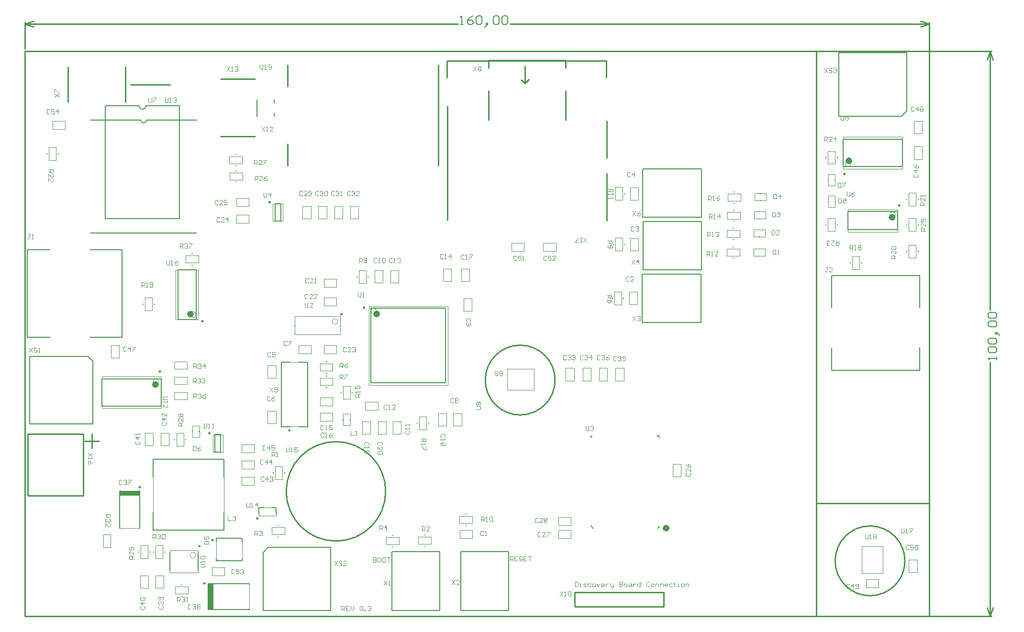
<source format=gto>
G04 Layer_Color=65535*
%FSLAX44Y44*%
%MOMM*%
G71*
G01*
G75*
%ADD47C,0.2500*%
%ADD54C,0.1000*%
%ADD55C,0.2540*%
%ADD56C,0.1524*%
%ADD57R,0.9819X4.6000*%
%ADD58R,3.5000X0.8877*%
%ADD76C,0.6000*%
%ADD77C,0.2000*%
%ADD78C,1.0000*%
D47*
X1715000Y1152150D02*
G03*
X1715000Y1152150I-1250J0D01*
G01*
X2947850Y1357250D02*
G03*
X2947850Y1357250I-1250J0D01*
G01*
X2850750Y1412750D02*
G03*
X2850750Y1412750I-1250J0D01*
G01*
X1833750Y1362750D02*
G03*
X1833750Y1362750I-1250J0D01*
G01*
X1960750Y1164500D02*
G03*
X1960750Y1164500I-1250J0D01*
G01*
X1869000Y959000D02*
G03*
X1869000Y959000I-1250J0D01*
G01*
X1639750Y1063250D02*
G03*
X1639750Y1063250I-1250J0D01*
G01*
X1727500Y954250D02*
G03*
X1727500Y954250I-1250J0D01*
G01*
X1709800Y754250D02*
G03*
X1709800Y754250I-1250J0D01*
G01*
X2001000Y1176250D02*
G03*
X2001000Y1176250I-1250J0D01*
G01*
X1732750Y764750D02*
G03*
X1732750Y764750I-1250J0D01*
G01*
X1718250Y688250D02*
G03*
X1718250Y688250I-1250J0D01*
G01*
X1604000Y858500D02*
G03*
X1604000Y858500I-1250J0D01*
G01*
X1812250Y803000D02*
G03*
X1812250Y803000I-1250J0D01*
G01*
D54*
X1959500Y961000D02*
G03*
X1959500Y961000I-500J0D01*
G01*
X1712500Y974000D02*
G03*
X1712500Y974000I-500J0D01*
G01*
X2718500Y1362000D02*
G03*
X2718500Y1362000I-500J0D01*
G01*
X2717500Y1330000D02*
G03*
X2717500Y1330000I-500J0D01*
G01*
X2716500Y1298000D02*
G03*
X2716500Y1298000I-500J0D01*
G01*
X2716500Y1264000D02*
G03*
X2716500Y1264000I-500J0D01*
G01*
X2817500Y1385000D02*
G03*
X2817500Y1385000I-500J0D01*
G01*
X2837500Y1381000D02*
G03*
X2837500Y1381000I-500J0D01*
G01*
X2300750Y1030250D02*
Y1033500D01*
Y1042750D02*
Y1067750D01*
X2253250Y1030250D02*
X2300750D01*
X2253250D02*
Y1067750D01*
X2300750D01*
X2880250Y706250D02*
X2883500D01*
X2892750D02*
X2917750D01*
X2880250D02*
Y753750D01*
X2917750D01*
Y706250D02*
Y753750D01*
X2373000Y690663D02*
Y682666D01*
X2376999D01*
X2378332Y683999D01*
Y689330D01*
X2376999Y690663D01*
X2373000D01*
X2380997Y682666D02*
X2383663D01*
X2382330D01*
Y687997D01*
X2380997D01*
X2387662Y682666D02*
X2391661D01*
X2392993Y683999D01*
X2391661Y685332D01*
X2388995D01*
X2387662Y686665D01*
X2388995Y687997D01*
X2392993D01*
X2400991D02*
X2396992D01*
X2395659Y686665D01*
Y683999D01*
X2396992Y682666D01*
X2400991D01*
X2404990D02*
X2407655D01*
X2408988Y683999D01*
Y686665D01*
X2407655Y687997D01*
X2404990D01*
X2403657Y686665D01*
Y683999D01*
X2404990Y682666D01*
X2411654Y687997D02*
X2414320Y682666D01*
X2416986Y687997D01*
X2423650Y682666D02*
X2420984D01*
X2419652Y683999D01*
Y686665D01*
X2420984Y687997D01*
X2423650D01*
X2424983Y686665D01*
Y685332D01*
X2419652D01*
X2427649Y687997D02*
Y682666D01*
Y685332D01*
X2428982Y686665D01*
X2430315Y687997D01*
X2431648D01*
X2435646D02*
Y683999D01*
X2436979Y682666D01*
X2440978D01*
Y681333D01*
X2439645Y680000D01*
X2438312D01*
X2440978Y682666D02*
Y687997D01*
X2451641Y690663D02*
Y682666D01*
X2455640D01*
X2456973Y683999D01*
Y685332D01*
X2455640Y686665D01*
X2451641D01*
X2455640D01*
X2456973Y687997D01*
Y689330D01*
X2455640Y690663D01*
X2451641D01*
X2460972Y682666D02*
X2463637D01*
X2464970Y683999D01*
Y686665D01*
X2463637Y687997D01*
X2460972D01*
X2459639Y686665D01*
Y683999D01*
X2460972Y682666D01*
X2468969Y687997D02*
X2471635D01*
X2472968Y686665D01*
Y682666D01*
X2468969D01*
X2467636Y683999D01*
X2468969Y685332D01*
X2472968D01*
X2475634Y687997D02*
Y682666D01*
Y685332D01*
X2476966Y686665D01*
X2478299Y687997D01*
X2479632D01*
X2488963Y690663D02*
Y682666D01*
X2484964D01*
X2483631Y683999D01*
Y686665D01*
X2484964Y687997D01*
X2488963D01*
X2504957Y689330D02*
X2503625Y690663D01*
X2500959D01*
X2499626Y689330D01*
Y683999D01*
X2500959Y682666D01*
X2503625D01*
X2504957Y683999D01*
X2508956Y682666D02*
X2511622D01*
X2512955Y683999D01*
Y686665D01*
X2511622Y687997D01*
X2508956D01*
X2507623Y686665D01*
Y683999D01*
X2508956Y682666D01*
X2515621D02*
Y687997D01*
X2519619D01*
X2520952Y686665D01*
Y682666D01*
X2523618D02*
Y687997D01*
X2527617D01*
X2528950Y686665D01*
Y682666D01*
X2535614D02*
X2532948D01*
X2531615Y683999D01*
Y686665D01*
X2532948Y687997D01*
X2535614D01*
X2536947Y686665D01*
Y685332D01*
X2531615D01*
X2544944Y687997D02*
X2540946D01*
X2539613Y686665D01*
Y683999D01*
X2540946Y682666D01*
X2544944D01*
X2548943Y689330D02*
Y687997D01*
X2547610D01*
X2550276D01*
X2548943D01*
Y683999D01*
X2550276Y682666D01*
X2554275D02*
X2556941D01*
X2555608D01*
Y687997D01*
X2554275D01*
X2562272Y682666D02*
X2564938D01*
X2566271Y683999D01*
Y686665D01*
X2564938Y687997D01*
X2562272D01*
X2560939Y686665D01*
Y683999D01*
X2562272Y682666D01*
X2568937D02*
Y687997D01*
X2572935D01*
X2574268Y686665D01*
Y682666D01*
X1960000Y640000D02*
Y647997D01*
X1963999D01*
X1965332Y646665D01*
Y643999D01*
X1963999Y642666D01*
X1960000D01*
X1962666D02*
X1965332Y640000D01*
X1973329Y647997D02*
X1967997D01*
Y640000D01*
X1973329D01*
X1967997Y643999D02*
X1970663D01*
X1975995Y647997D02*
Y642666D01*
X1978661Y640000D01*
X1981326Y642666D01*
Y647997D01*
X1991990Y646665D02*
X1993323Y647997D01*
X1995988D01*
X1997321Y646665D01*
Y641333D01*
X1995988Y640000D01*
X1993323D01*
X1991990Y641333D01*
Y646665D01*
X1999987Y640000D02*
Y641333D01*
X2001320D01*
Y640000D01*
X1999987D01*
X2006652Y646665D02*
X2007984Y647997D01*
X2010650D01*
X2011983Y646665D01*
Y645332D01*
X2010650Y643999D01*
X2009317D01*
X2010650D01*
X2011983Y642666D01*
Y641333D01*
X2010650Y640000D01*
X2007984D01*
X2006652Y641333D01*
X1815250Y1605997D02*
Y1599333D01*
X1816583Y1598000D01*
X1819249D01*
X1820582Y1599333D01*
Y1605997D01*
X1823247Y1598000D02*
X1825913D01*
X1824580D01*
Y1605997D01*
X1823247Y1604664D01*
X1829912Y1599333D02*
X1831245Y1598000D01*
X1833911D01*
X1835244Y1599333D01*
Y1604664D01*
X1833911Y1605997D01*
X1831245D01*
X1829912Y1604664D01*
Y1603332D01*
X1831245Y1601999D01*
X1835244D01*
X1443480Y1525838D02*
X1442147Y1527171D01*
X1439481D01*
X1438148Y1525838D01*
Y1520507D01*
X1439481Y1519174D01*
X1442147D01*
X1443480Y1520507D01*
X1451477Y1527171D02*
X1446145D01*
Y1523173D01*
X1448811Y1524506D01*
X1450144D01*
X1451477Y1523173D01*
Y1520507D01*
X1450144Y1519174D01*
X1447478D01*
X1446145Y1520507D01*
X1458142Y1519174D02*
Y1527171D01*
X1454143Y1523173D01*
X1459474D01*
X2993000Y1312000D02*
X2985003D01*
Y1315999D01*
X2986335Y1317332D01*
X2989001D01*
X2990334Y1315999D01*
Y1312000D01*
Y1314666D02*
X2993000Y1317332D01*
Y1325329D02*
Y1319997D01*
X2987668Y1325329D01*
X2986335D01*
X2985003Y1323996D01*
Y1321330D01*
X2986335Y1319997D01*
X2985003Y1333326D02*
Y1327995D01*
X2989001D01*
X2987668Y1330661D01*
Y1331994D01*
X2989001Y1333326D01*
X2991667D01*
X2993000Y1331994D01*
Y1329328D01*
X2991667Y1327995D01*
X2814000Y1599997D02*
X2819332Y1592000D01*
Y1599997D02*
X2814000Y1592000D01*
X2827329Y1598665D02*
X2825996Y1599997D01*
X2823330D01*
X2821997Y1598665D01*
Y1597332D01*
X2823330Y1595999D01*
X2825996D01*
X2827329Y1594666D01*
Y1593333D01*
X2825996Y1592000D01*
X2823330D01*
X2821997Y1593333D01*
X2829995Y1598665D02*
X2831328Y1599997D01*
X2833994D01*
X2835327Y1598665D01*
Y1597332D01*
X2833994Y1595999D01*
X2832661D01*
X2833994D01*
X2835327Y1594666D01*
Y1593333D01*
X2833994Y1592000D01*
X2831328D01*
X2829995Y1593333D01*
X1452503Y1549000D02*
X1460500Y1554332D01*
X1452503D02*
X1460500Y1549000D01*
X1452503Y1556997D02*
Y1562329D01*
X1453835D01*
X1459167Y1556997D01*
X1460500D01*
X1647500Y1547747D02*
Y1541083D01*
X1648833Y1539750D01*
X1651499D01*
X1652832Y1541083D01*
Y1547747D01*
X1655497Y1539750D02*
X1658163D01*
X1656830D01*
Y1547747D01*
X1655497Y1546414D01*
X1662162D02*
X1663495Y1547747D01*
X1666161D01*
X1667493Y1546414D01*
Y1545082D01*
X1666161Y1543749D01*
X1664828D01*
X1666161D01*
X1667493Y1542416D01*
Y1541083D01*
X1666161Y1539750D01*
X1663495D01*
X1662162Y1541083D01*
X1618250Y1547747D02*
Y1541083D01*
X1619583Y1539750D01*
X1622249D01*
X1623582Y1541083D01*
Y1547747D01*
X1626247D02*
X1631579D01*
Y1546414D01*
X1626247Y1541083D01*
Y1539750D01*
X2854198Y1381375D02*
Y1374711D01*
X2855531Y1373378D01*
X2858197D01*
X2859530Y1374711D01*
Y1381375D01*
X2867527D02*
X2864861Y1380043D01*
X2862195Y1377377D01*
Y1374711D01*
X2863528Y1373378D01*
X2866194D01*
X2867527Y1374711D01*
Y1376044D01*
X2866194Y1377377D01*
X2862195D01*
X2843022Y1515995D02*
Y1509331D01*
X2844355Y1507998D01*
X2847021D01*
X2848354Y1509331D01*
Y1515995D01*
X2856351D02*
X2851019D01*
Y1511997D01*
X2853685Y1513330D01*
X2855018D01*
X2856351Y1511997D01*
Y1509331D01*
X2855018Y1507998D01*
X2852352D01*
X2851019Y1509331D01*
X1822196Y1379597D02*
Y1372933D01*
X1823529Y1371600D01*
X1826195D01*
X1827528Y1372933D01*
Y1379597D01*
X1834192Y1371600D02*
Y1379597D01*
X1830193Y1375599D01*
X1835525D01*
X2992000Y1357000D02*
X2984003D01*
Y1360999D01*
X2985335Y1362332D01*
X2988001D01*
X2989334Y1360999D01*
Y1357000D01*
Y1359666D02*
X2992000Y1362332D01*
Y1370329D02*
Y1364997D01*
X2986668Y1370329D01*
X2985335D01*
X2984003Y1368996D01*
Y1366330D01*
X2985335Y1364997D01*
X2992000Y1372995D02*
Y1375661D01*
Y1374328D01*
X2984003D01*
X2985335Y1372995D01*
X2940706Y1263412D02*
X2932708D01*
Y1267410D01*
X2934041Y1268743D01*
X2936707D01*
X2938040Y1267410D01*
Y1263412D01*
Y1266077D02*
X2940706Y1268743D01*
Y1276741D02*
Y1271409D01*
X2935374Y1276741D01*
X2934041D01*
X2932708Y1275408D01*
Y1272742D01*
X2934041Y1271409D01*
Y1279406D02*
X2932708Y1280739D01*
Y1283405D01*
X2934041Y1284738D01*
X2939373D01*
X2940706Y1283405D01*
Y1280739D01*
X2939373Y1279406D01*
X2934041D01*
X1605788Y1212596D02*
Y1220593D01*
X1609787D01*
X1611120Y1219260D01*
Y1216595D01*
X1609787Y1215262D01*
X1605788D01*
X1608454D02*
X1611120Y1212596D01*
X1613785D02*
X1616451D01*
X1615118D01*
Y1220593D01*
X1613785Y1219260D01*
X1620450Y1213929D02*
X1621783Y1212596D01*
X1624449D01*
X1625782Y1213929D01*
Y1219260D01*
X1624449Y1220593D01*
X1621783D01*
X1620450Y1219260D01*
Y1217928D01*
X1621783Y1216595D01*
X1625782D01*
X2859000Y1279000D02*
Y1286997D01*
X2862999D01*
X2864332Y1285665D01*
Y1282999D01*
X2862999Y1281666D01*
X2859000D01*
X2861666D02*
X2864332Y1279000D01*
X2866997D02*
X2869663D01*
X2868330D01*
Y1286997D01*
X2866997Y1285665D01*
X2873662D02*
X2874995Y1286997D01*
X2877661D01*
X2878994Y1285665D01*
Y1284332D01*
X2877661Y1282999D01*
X2878994Y1281666D01*
Y1280333D01*
X2877661Y1279000D01*
X2874995D01*
X2873662Y1280333D01*
Y1281666D01*
X2874995Y1282999D01*
X2873662Y1284332D01*
Y1285665D01*
X2874995Y1282999D02*
X2877661D01*
X2820160Y1247517D02*
X2817494D01*
X2818827D01*
Y1240853D01*
X2817494Y1239520D01*
X2816161D01*
X2814828Y1240853D01*
X2828157Y1239520D02*
X2822825D01*
X2828157Y1244852D01*
Y1246184D01*
X2826824Y1247517D01*
X2824158D01*
X2822825Y1246184D01*
X1409444Y1306191D02*
X1406778D01*
X1408111D01*
Y1299527D01*
X1406778Y1298194D01*
X1405445D01*
X1404112Y1299527D01*
X1412109Y1298194D02*
X1414775D01*
X1413442D01*
Y1306191D01*
X1412109Y1304859D01*
X2972560Y1530410D02*
X2971227Y1531743D01*
X2968561D01*
X2967228Y1530410D01*
Y1525079D01*
X2968561Y1523746D01*
X2971227D01*
X2972560Y1525079D01*
X2979224Y1523746D02*
Y1531743D01*
X2975226Y1527745D01*
X2980557D01*
X2983223Y1530410D02*
X2984556Y1531743D01*
X2987222D01*
X2988554Y1530410D01*
Y1529078D01*
X2987222Y1527745D01*
X2988554Y1526412D01*
Y1525079D01*
X2987222Y1523746D01*
X2984556D01*
X2983223Y1525079D01*
Y1526412D01*
X2984556Y1527745D01*
X2983223Y1529078D01*
Y1530410D01*
X2984556Y1527745D02*
X2987222D01*
X2973336Y1412332D02*
X2972003Y1410999D01*
Y1408333D01*
X2973336Y1407000D01*
X2978667D01*
X2980000Y1408333D01*
Y1410999D01*
X2978667Y1412332D01*
X2980000Y1418996D02*
X2972003D01*
X2976001Y1414997D01*
Y1420329D01*
X2972003Y1428326D02*
X2973336Y1425661D01*
X2976001Y1422995D01*
X2978667D01*
X2980000Y1424328D01*
Y1426994D01*
X2978667Y1428326D01*
X2977334D01*
X2976001Y1426994D01*
Y1422995D01*
X1974848Y1381059D02*
X1973515Y1382391D01*
X1970849D01*
X1969516Y1381059D01*
Y1375727D01*
X1970849Y1374394D01*
X1973515D01*
X1974848Y1375727D01*
X1977513Y1381059D02*
X1978846Y1382391D01*
X1981512D01*
X1982845Y1381059D01*
Y1379726D01*
X1981512Y1378393D01*
X1980179D01*
X1981512D01*
X1982845Y1377060D01*
Y1375727D01*
X1981512Y1374394D01*
X1978846D01*
X1977513Y1375727D01*
X1990842Y1374394D02*
X1985511D01*
X1990842Y1379726D01*
Y1381059D01*
X1989510Y1382391D01*
X1986844D01*
X1985511Y1381059D01*
X1946908D02*
X1945575Y1382391D01*
X1942909D01*
X1941576Y1381059D01*
Y1375727D01*
X1942909Y1374394D01*
X1945575D01*
X1946908Y1375727D01*
X1949573Y1381059D02*
X1950906Y1382391D01*
X1953572D01*
X1954905Y1381059D01*
Y1379726D01*
X1953572Y1378393D01*
X1952239D01*
X1953572D01*
X1954905Y1377060D01*
Y1375727D01*
X1953572Y1374394D01*
X1950906D01*
X1949573Y1375727D01*
X1957571Y1374394D02*
X1960237D01*
X1958904D01*
Y1382391D01*
X1957571Y1381059D01*
X1918968D02*
X1917635Y1382391D01*
X1914969D01*
X1913636Y1381059D01*
Y1375727D01*
X1914969Y1374394D01*
X1917635D01*
X1918968Y1375727D01*
X1921633Y1381059D02*
X1922966Y1382391D01*
X1925632D01*
X1926965Y1381059D01*
Y1379726D01*
X1925632Y1378393D01*
X1924299D01*
X1925632D01*
X1926965Y1377060D01*
Y1375727D01*
X1925632Y1374394D01*
X1922966D01*
X1921633Y1375727D01*
X1929631Y1381059D02*
X1930964Y1382391D01*
X1933630D01*
X1934962Y1381059D01*
Y1375727D01*
X1933630Y1374394D01*
X1930964D01*
X1929631Y1375727D01*
Y1381059D01*
X1890774D02*
X1889441Y1382391D01*
X1886775D01*
X1885442Y1381059D01*
Y1375727D01*
X1886775Y1374394D01*
X1889441D01*
X1890774Y1375727D01*
X1898771Y1374394D02*
X1893439D01*
X1898771Y1379726D01*
Y1381059D01*
X1897438Y1382391D01*
X1894772D01*
X1893439Y1381059D01*
X1901437Y1375727D02*
X1902770Y1374394D01*
X1905436D01*
X1906768Y1375727D01*
Y1381059D01*
X1905436Y1382391D01*
X1902770D01*
X1901437Y1381059D01*
Y1379726D01*
X1902770Y1378393D01*
X1906768D01*
X1741082Y1364915D02*
X1739749Y1366247D01*
X1737083D01*
X1735750Y1364915D01*
Y1359583D01*
X1737083Y1358250D01*
X1739749D01*
X1741082Y1359583D01*
X1749079Y1358250D02*
X1743747D01*
X1749079Y1363582D01*
Y1364915D01*
X1747746Y1366247D01*
X1745080D01*
X1743747Y1364915D01*
X1757076Y1366247D02*
X1751745D01*
Y1362249D01*
X1754411Y1363582D01*
X1755744D01*
X1757076Y1362249D01*
Y1359583D01*
X1755744Y1358250D01*
X1753078D01*
X1751745Y1359583D01*
X1744332Y1334664D02*
X1742999Y1335997D01*
X1740333D01*
X1739000Y1334664D01*
Y1329333D01*
X1740333Y1328000D01*
X1742999D01*
X1744332Y1329333D01*
X1752329Y1328000D02*
X1746997D01*
X1752329Y1333332D01*
Y1334664D01*
X1750996Y1335997D01*
X1748330D01*
X1746997Y1334664D01*
X1758994Y1328000D02*
Y1335997D01*
X1754995Y1331999D01*
X1760327D01*
X1650238Y1259455D02*
Y1252791D01*
X1651571Y1251458D01*
X1654237D01*
X1655570Y1252791D01*
Y1259455D01*
X1658235Y1251458D02*
X1660901D01*
X1659568D01*
Y1259455D01*
X1658235Y1258122D01*
X1670232Y1259455D02*
X1667566Y1258122D01*
X1664900Y1255457D01*
Y1252791D01*
X1666233Y1251458D01*
X1668899D01*
X1670232Y1252791D01*
Y1254124D01*
X1668899Y1255457D01*
X1664900D01*
X1673860Y1281430D02*
Y1289427D01*
X1677859D01*
X1679192Y1288094D01*
Y1285429D01*
X1677859Y1284096D01*
X1673860D01*
X1676526D02*
X1679192Y1281430D01*
X1681857Y1288094D02*
X1683190Y1289427D01*
X1685856D01*
X1687189Y1288094D01*
Y1286762D01*
X1685856Y1285429D01*
X1684523D01*
X1685856D01*
X1687189Y1284096D01*
Y1282763D01*
X1685856Y1281430D01*
X1683190D01*
X1681857Y1282763D01*
X1689855Y1289427D02*
X1695186D01*
Y1288094D01*
X1689855Y1282763D01*
Y1281430D01*
X2570335Y883332D02*
X2569003Y881999D01*
Y879333D01*
X2570335Y878000D01*
X2575667D01*
X2577000Y879333D01*
Y881999D01*
X2575667Y883332D01*
X2577000Y891329D02*
Y885997D01*
X2571668Y891329D01*
X2570335D01*
X2569003Y889996D01*
Y887330D01*
X2570335Y885997D01*
X2569003Y899326D02*
X2570335Y896661D01*
X2573001Y893995D01*
X2575667D01*
X2577000Y895328D01*
Y897994D01*
X2575667Y899326D01*
X2574334D01*
X2573001Y897994D01*
Y893995D01*
X2312332Y777664D02*
X2310999Y778997D01*
X2308333D01*
X2307000Y777664D01*
Y772333D01*
X2308333Y771000D01*
X2310999D01*
X2312332Y772333D01*
X2320329Y771000D02*
X2314997D01*
X2320329Y776332D01*
Y777664D01*
X2318996Y778997D01*
X2316330D01*
X2314997Y777664D01*
X2322995Y778997D02*
X2328327D01*
Y777664D01*
X2322995Y772333D01*
Y771000D01*
X2307332Y802664D02*
X2305999Y803997D01*
X2303333D01*
X2302000Y802664D01*
Y797333D01*
X2303333Y796000D01*
X2305999D01*
X2307332Y797333D01*
X2315329Y796000D02*
X2309997D01*
X2315329Y801332D01*
Y802664D01*
X2313996Y803997D01*
X2311330D01*
X2309997Y802664D01*
X2317995D02*
X2319328Y803997D01*
X2321994D01*
X2323326Y802664D01*
Y801332D01*
X2321994Y799999D01*
X2323326Y798666D01*
Y797333D01*
X2321994Y796000D01*
X2319328D01*
X2317995Y797333D01*
Y798666D01*
X2319328Y799999D01*
X2317995Y801332D01*
Y802664D01*
X2319328Y799999D02*
X2321994D01*
X1579332Y1105665D02*
X1577999Y1106997D01*
X1575333D01*
X1574000Y1105665D01*
Y1100333D01*
X1575333Y1099000D01*
X1577999D01*
X1579332Y1100333D01*
X1585996Y1099000D02*
Y1106997D01*
X1581997Y1102999D01*
X1587329D01*
X1589995Y1106997D02*
X1595327D01*
Y1105665D01*
X1589995Y1100333D01*
Y1099000D01*
X2027174Y782828D02*
Y790825D01*
X2031173D01*
X2032506Y789492D01*
Y786827D01*
X2031173Y785494D01*
X2027174D01*
X2029840D02*
X2032506Y782828D01*
X2039170D02*
Y790825D01*
X2035171Y786827D01*
X2040503D01*
X1770332Y711665D02*
X1768999Y712997D01*
X1766333D01*
X1765000Y711665D01*
Y706333D01*
X1766333Y705000D01*
X1768999D01*
X1770332Y706333D01*
X1778329Y712997D02*
X1772997D01*
Y708999D01*
X1775663Y710332D01*
X1776996D01*
X1778329Y708999D01*
Y706333D01*
X1776996Y705000D01*
X1774330D01*
X1772997Y706333D01*
X1780995Y711665D02*
X1782328Y712997D01*
X1784993D01*
X1786326Y711665D01*
Y710332D01*
X1784993Y708999D01*
X1783661D01*
X1784993D01*
X1786326Y707666D01*
Y706333D01*
X1784993Y705000D01*
X1782328D01*
X1780995Y706333D01*
X1895000Y1184997D02*
Y1178333D01*
X1896333Y1177000D01*
X1898999D01*
X1900332Y1178333D01*
Y1184997D01*
X1908329Y1177000D02*
X1902997D01*
X1908329Y1182332D01*
Y1183664D01*
X1906996Y1184997D01*
X1904330D01*
X1902997Y1183664D01*
X1407414Y1105023D02*
X1412746Y1097026D01*
Y1105023D02*
X1407414Y1097026D01*
X1420743Y1103690D02*
X1419410Y1105023D01*
X1416744D01*
X1415411Y1103690D01*
Y1102358D01*
X1416744Y1101025D01*
X1419410D01*
X1420743Y1099692D01*
Y1098359D01*
X1419410Y1097026D01*
X1416744D01*
X1415411Y1098359D01*
X1423409Y1097026D02*
X1426075D01*
X1424742D01*
Y1105023D01*
X1423409Y1103690D01*
X2393000Y1292003D02*
X2387668Y1300000D01*
Y1292003D02*
X2393000Y1300000D01*
X2385003D02*
X2382337D01*
X2383670D01*
Y1292003D01*
X2385003Y1293336D01*
X2378338Y1292003D02*
X2373006D01*
Y1293336D01*
X2378338Y1298667D01*
Y1300000D01*
X1518997Y919000D02*
X1511000Y913668D01*
X1518997D02*
X1511000Y919000D01*
Y911003D02*
Y908337D01*
Y909670D01*
X1518997D01*
X1517664Y911003D01*
X1518997Y899006D02*
X1517664Y901672D01*
X1514999Y904338D01*
X1512333D01*
X1511000Y903005D01*
Y900339D01*
X1512333Y899006D01*
X1513666D01*
X1514999Y900339D01*
Y904338D01*
X2346000Y673997D02*
X2351332Y666000D01*
Y673997D02*
X2346000Y666000D01*
X2353997D02*
X2356663D01*
X2355330D01*
Y673997D01*
X2353997Y672664D01*
X2360662D02*
X2361995Y673997D01*
X2364661D01*
X2365993Y672664D01*
Y667333D01*
X2364661Y666000D01*
X2361995D01*
X2360662Y667333D01*
Y672664D01*
X1833000Y1034997D02*
X1838332Y1027000D01*
Y1034997D02*
X1833000Y1027000D01*
X1840997Y1028333D02*
X1842330Y1027000D01*
X1844996D01*
X1846329Y1028333D01*
Y1033664D01*
X1844996Y1034997D01*
X1842330D01*
X1840997Y1033664D01*
Y1032332D01*
X1842330Y1030999D01*
X1846329D01*
X2475000Y1346997D02*
X2480332Y1339000D01*
Y1346997D02*
X2475000Y1339000D01*
X2488329Y1346997D02*
X2485663Y1345665D01*
X2482997Y1342999D01*
Y1340333D01*
X2484330Y1339000D01*
X2486996D01*
X2488329Y1340333D01*
Y1341666D01*
X2486996Y1342999D01*
X2482997D01*
X2473000Y1260997D02*
X2478332Y1253000D01*
Y1260997D02*
X2473000Y1253000D01*
X2484996D02*
Y1260997D01*
X2480997Y1256999D01*
X2486329D01*
X2475000Y1160997D02*
X2480332Y1153000D01*
Y1160997D02*
X2475000Y1153000D01*
X2482997Y1159665D02*
X2484330Y1160997D01*
X2486996D01*
X2488329Y1159665D01*
Y1158332D01*
X2486996Y1156999D01*
X2485663D01*
X2486996D01*
X2488329Y1155666D01*
Y1154333D01*
X2486996Y1153000D01*
X2484330D01*
X2482997Y1154333D01*
X2155000Y693997D02*
X2160332Y686000D01*
Y693997D02*
X2155000Y686000D01*
X2168329D02*
X2162997D01*
X2168329Y691332D01*
Y692664D01*
X2166996Y693997D01*
X2164330D01*
X2162997Y692664D01*
X2035000Y692997D02*
X2040332Y685000D01*
Y692997D02*
X2035000Y685000D01*
X2042997D02*
X2045663D01*
X2044330D01*
Y692997D01*
X2042997Y691665D01*
X1651997Y1019000D02*
X1645333D01*
X1644000Y1017667D01*
Y1015001D01*
X1645333Y1013668D01*
X1651997D01*
X1644000Y1011003D02*
Y1008337D01*
Y1009670D01*
X1651997D01*
X1650665Y1011003D01*
X1644000Y999006D02*
Y1004338D01*
X1649332Y999006D01*
X1650665D01*
X1651997Y1000339D01*
Y1003005D01*
X1650665Y1004338D01*
X1716024Y971165D02*
Y964501D01*
X1717357Y963168D01*
X1720023D01*
X1721356Y964501D01*
Y971165D01*
X1724021Y963168D02*
X1726687D01*
X1725354D01*
Y971165D01*
X1724021Y969833D01*
X1730686Y963168D02*
X1733352D01*
X1732019D01*
Y971165D01*
X1730686Y969833D01*
X1710003Y717000D02*
X1716667D01*
X1718000Y718333D01*
Y720999D01*
X1716667Y722332D01*
X1710003D01*
X1718000Y724997D02*
Y727663D01*
Y726330D01*
X1710003D01*
X1711335Y724997D01*
Y731662D02*
X1710003Y732995D01*
Y735661D01*
X1711335Y736993D01*
X1716667D01*
X1718000Y735661D01*
Y732995D01*
X1716667Y731662D01*
X1711335D01*
X2231000Y1063997D02*
Y1057333D01*
X2232333Y1056000D01*
X2234999D01*
X2236332Y1057333D01*
Y1063997D01*
X2238997Y1057333D02*
X2240330Y1056000D01*
X2242996D01*
X2244329Y1057333D01*
Y1062664D01*
X2242996Y1063997D01*
X2240330D01*
X2238997Y1062664D01*
Y1061332D01*
X2240330Y1059999D01*
X2244329D01*
X2198003Y996000D02*
X2204667D01*
X2206000Y997333D01*
Y999999D01*
X2204667Y1001332D01*
X2198003D01*
X2199335Y1003997D02*
X2198003Y1005330D01*
Y1007996D01*
X2199335Y1009329D01*
X2200668D01*
X2202001Y1007996D01*
X2203334Y1009329D01*
X2204667D01*
X2206000Y1007996D01*
Y1005330D01*
X2204667Y1003997D01*
X2203334D01*
X2202001Y1005330D01*
X2200668Y1003997D01*
X2199335D01*
X2202001Y1005330D02*
Y1007996D01*
X2391918Y966593D02*
Y959929D01*
X2393251Y958596D01*
X2395917D01*
X2397250Y959929D01*
Y966593D01*
X2399915Y965260D02*
X2401248Y966593D01*
X2403914D01*
X2405247Y965260D01*
Y963928D01*
X2403914Y962595D01*
X2402581D01*
X2403914D01*
X2405247Y961262D01*
Y959929D01*
X2403914Y958596D01*
X2401248D01*
X2399915Y959929D01*
X1989000Y1202997D02*
Y1196333D01*
X1990333Y1195000D01*
X1992999D01*
X1994332Y1196333D01*
Y1202997D01*
X1996997Y1195000D02*
X1999663D01*
X1998330D01*
Y1202997D01*
X1996997Y1201665D01*
X1669000Y656000D02*
Y663997D01*
X1672999D01*
X1674332Y662664D01*
Y659999D01*
X1672999Y658666D01*
X1669000D01*
X1671666D02*
X1674332Y656000D01*
X1676997Y662664D02*
X1678330Y663997D01*
X1680996D01*
X1682329Y662664D01*
Y661332D01*
X1680996Y659999D01*
X1679663D01*
X1680996D01*
X1682329Y658666D01*
Y657333D01*
X1680996Y656000D01*
X1678330D01*
X1676997Y657333D01*
X1684995Y656000D02*
X1687661D01*
X1686328D01*
Y663997D01*
X1684995Y662664D01*
X1626000Y767000D02*
Y774997D01*
X1629999D01*
X1631332Y773664D01*
Y770999D01*
X1629999Y769666D01*
X1626000D01*
X1628666D02*
X1631332Y767000D01*
X1633997Y773664D02*
X1635330Y774997D01*
X1637996D01*
X1639329Y773664D01*
Y772332D01*
X1637996Y770999D01*
X1636663D01*
X1637996D01*
X1639329Y769666D01*
Y768333D01*
X1637996Y767000D01*
X1635330D01*
X1633997Y768333D01*
X1641995Y773664D02*
X1643328Y774997D01*
X1645994D01*
X1647326Y773664D01*
Y768333D01*
X1645994Y767000D01*
X1643328D01*
X1641995Y768333D01*
Y773664D01*
X1592000Y731000D02*
X1584003D01*
Y734999D01*
X1585336Y736332D01*
X1588001D01*
X1589334Y734999D01*
Y731000D01*
Y733666D02*
X1592000Y736332D01*
Y744329D02*
Y738997D01*
X1586668Y744329D01*
X1585336D01*
X1584003Y742996D01*
Y740330D01*
X1585336Y738997D01*
X1590667Y746995D02*
X1592000Y748328D01*
Y750993D01*
X1590667Y752326D01*
X1585336D01*
X1584003Y750993D01*
Y748328D01*
X1585336Y746995D01*
X1586668D01*
X1588001Y748328D01*
Y752326D01*
X1679000Y967000D02*
X1671003D01*
Y970999D01*
X1672336Y972332D01*
X1675001D01*
X1676334Y970999D01*
Y967000D01*
Y969666D02*
X1679000Y972332D01*
Y980329D02*
Y974997D01*
X1673668Y980329D01*
X1672336D01*
X1671003Y978996D01*
Y976330D01*
X1672336Y974997D01*
Y982995D02*
X1671003Y984328D01*
Y986994D01*
X1672336Y988326D01*
X1673668D01*
X1675001Y986994D01*
X1676334Y988326D01*
X1677667D01*
X1679000Y986994D01*
Y984328D01*
X1677667Y982995D01*
X1676334D01*
X1675001Y984328D01*
X1673668Y982995D01*
X1672336D01*
X1675001Y984328D02*
Y986994D01*
X2101000Y944000D02*
X2108997D01*
Y940001D01*
X2107664Y938668D01*
X2104999D01*
X2103666Y940001D01*
Y944000D01*
Y941334D02*
X2101000Y938668D01*
Y936003D02*
Y933337D01*
Y934670D01*
X2108997D01*
X2107664Y936003D01*
X2108997Y929338D02*
Y924006D01*
X2107664D01*
X2102333Y929338D01*
X2101000D01*
X2609000Y1366000D02*
Y1373997D01*
X2612999D01*
X2614332Y1372664D01*
Y1369999D01*
X2612999Y1368666D01*
X2609000D01*
X2611666D02*
X2614332Y1366000D01*
X2616997D02*
X2619663D01*
X2618330D01*
Y1373997D01*
X2616997Y1372664D01*
X2628994Y1373997D02*
X2626328Y1372664D01*
X2623662Y1369999D01*
Y1367333D01*
X2624995Y1366000D01*
X2627661D01*
X2628994Y1367333D01*
Y1368666D01*
X2627661Y1369999D01*
X2623662D01*
X1992000Y1018000D02*
X1984003D01*
Y1021999D01*
X1985336Y1023332D01*
X1988001D01*
X1989334Y1021999D01*
Y1018000D01*
Y1020666D02*
X1992000Y1023332D01*
Y1025997D02*
Y1028663D01*
Y1027330D01*
X1984003D01*
X1985336Y1025997D01*
X1984003Y1037994D02*
Y1032662D01*
X1988001D01*
X1986668Y1035328D01*
Y1036661D01*
X1988001Y1037994D01*
X1990667D01*
X1992000Y1036661D01*
Y1033995D01*
X1990667Y1032662D01*
X2610000Y1334000D02*
Y1341997D01*
X2613999D01*
X2615332Y1340665D01*
Y1337999D01*
X2613999Y1336666D01*
X2610000D01*
X2612666D02*
X2615332Y1334000D01*
X2617997D02*
X2620663D01*
X2619330D01*
Y1341997D01*
X2617997Y1340665D01*
X2628661Y1334000D02*
Y1341997D01*
X2624662Y1337999D01*
X2629994D01*
X2607000Y1302000D02*
Y1309997D01*
X2610999D01*
X2612332Y1308665D01*
Y1305999D01*
X2610999Y1304666D01*
X2607000D01*
X2609666D02*
X2612332Y1302000D01*
X2614997D02*
X2617663D01*
X2616330D01*
Y1309997D01*
X2614997Y1308665D01*
X2621662D02*
X2622995Y1309997D01*
X2625661D01*
X2626993Y1308665D01*
Y1307332D01*
X2625661Y1305999D01*
X2624328D01*
X2625661D01*
X2626993Y1304666D01*
Y1303333D01*
X2625661Y1302000D01*
X2622995D01*
X2621662Y1303333D01*
X2606000Y1268000D02*
Y1275997D01*
X2609999D01*
X2611331Y1274665D01*
Y1271999D01*
X2609999Y1270666D01*
X2606000D01*
X2608666D02*
X2611331Y1268000D01*
X2613997D02*
X2616663D01*
X2615330D01*
Y1275997D01*
X2613997Y1274665D01*
X2625994Y1268000D02*
X2620662D01*
X2625994Y1273332D01*
Y1274665D01*
X2624661Y1275997D01*
X2621995D01*
X2620662Y1274665D01*
X2432000Y1386000D02*
X2439997D01*
Y1382001D01*
X2438665Y1380668D01*
X2435999D01*
X2434666Y1382001D01*
Y1386000D01*
Y1383334D02*
X2432000Y1380668D01*
Y1378002D02*
Y1375337D01*
Y1376670D01*
X2439997D01*
X2438665Y1378002D01*
X2432000Y1371338D02*
Y1368672D01*
Y1370005D01*
X2439997D01*
X2438665Y1371338D01*
X2207000Y798000D02*
Y805997D01*
X2210999D01*
X2212332Y804665D01*
Y801999D01*
X2210999Y800666D01*
X2207000D01*
X2209666D02*
X2212332Y798000D01*
X2214997D02*
X2217663D01*
X2216330D01*
Y805997D01*
X2214997Y804665D01*
X2221662D02*
X2222995Y805997D01*
X2225661D01*
X2226994Y804665D01*
Y799333D01*
X2225661Y798000D01*
X2222995D01*
X2221662Y799333D01*
Y804665D01*
X2431000Y1295000D02*
X2438997D01*
Y1291001D01*
X2437664Y1289669D01*
X2434999D01*
X2433666Y1291001D01*
Y1295000D01*
Y1292334D02*
X2431000Y1289669D01*
X2432333Y1287003D02*
X2431000Y1285670D01*
Y1283004D01*
X2432333Y1281671D01*
X2437664D01*
X2438997Y1283004D01*
Y1285670D01*
X2437664Y1287003D01*
X2436332D01*
X2434999Y1285670D01*
Y1281671D01*
X1991000Y1256000D02*
Y1263997D01*
X1994999D01*
X1996332Y1262664D01*
Y1259999D01*
X1994999Y1258666D01*
X1991000D01*
X1993666D02*
X1996332Y1256000D01*
X1998997Y1262664D02*
X2000330Y1263997D01*
X2002996D01*
X2004329Y1262664D01*
Y1261332D01*
X2002996Y1259999D01*
X2004329Y1258666D01*
Y1257333D01*
X2002996Y1256000D01*
X2000330D01*
X1998997Y1257333D01*
Y1258666D01*
X2000330Y1259999D01*
X1998997Y1261332D01*
Y1262664D01*
X2000330Y1259999D02*
X2002996D01*
X1957000Y1050000D02*
Y1057997D01*
X1960999D01*
X1962332Y1056665D01*
Y1053999D01*
X1960999Y1052666D01*
X1957000D01*
X1959666D02*
X1962332Y1050000D01*
X1964997Y1057997D02*
X1970329D01*
Y1056665D01*
X1964997Y1051333D01*
Y1050000D01*
X1957000Y1070000D02*
Y1077997D01*
X1960999D01*
X1962332Y1076665D01*
Y1073999D01*
X1960999Y1072666D01*
X1957000D01*
X1959666D02*
X1962332Y1070000D01*
X1970329Y1077997D02*
X1967663Y1076665D01*
X1964997Y1073999D01*
Y1071333D01*
X1966330Y1070000D01*
X1968996D01*
X1970329Y1071333D01*
Y1072666D01*
X1968996Y1073999D01*
X1964997D01*
X2430000Y1198000D02*
X2437997D01*
Y1194001D01*
X2436664Y1192668D01*
X2433999D01*
X2432666Y1194001D01*
Y1198000D01*
Y1195334D02*
X2430000Y1192668D01*
X2437997Y1184671D02*
Y1190003D01*
X2433999D01*
X2435332Y1187337D01*
Y1186004D01*
X2433999Y1184671D01*
X2431333D01*
X2430000Y1186004D01*
Y1188670D01*
X2431333Y1190003D01*
X2102000Y781000D02*
Y788997D01*
X2105999D01*
X2107332Y787664D01*
Y784999D01*
X2105999Y783666D01*
X2102000D01*
X2104666D02*
X2107332Y781000D01*
X2115329D02*
X2109997D01*
X2115329Y786332D01*
Y787664D01*
X2113996Y788997D01*
X2111330D01*
X2109997Y787664D01*
X1759000Y806997D02*
Y799000D01*
X1764332D01*
X1766997Y805665D02*
X1768330Y806997D01*
X1770996D01*
X1772329Y805665D01*
Y804332D01*
X1770996Y802999D01*
X1769663D01*
X1770996D01*
X1772329Y801666D01*
Y800333D01*
X1770996Y799000D01*
X1768330D01*
X1766997Y800333D01*
X1976000Y957997D02*
Y950000D01*
X1981332D01*
X1983997D02*
X1986663D01*
X1985330D01*
Y957997D01*
X1983997Y956665D01*
X1697000Y930997D02*
Y923000D01*
X1700999D01*
X1702332Y924333D01*
Y929665D01*
X1700999Y930997D01*
X1697000D01*
X1710329D02*
X1707663Y929665D01*
X1704997Y926999D01*
Y924333D01*
X1706330Y923000D01*
X1708996D01*
X1710329Y924333D01*
Y925666D01*
X1708996Y926999D01*
X1704997D01*
X1717003Y758000D02*
X1725000D01*
Y761999D01*
X1723667Y763332D01*
X1718336D01*
X1717003Y761999D01*
Y758000D01*
Y771329D02*
Y765997D01*
X1721001D01*
X1719668Y768663D01*
Y769996D01*
X1721001Y771329D01*
X1723667D01*
X1725000Y769996D01*
Y767330D01*
X1723667Y765997D01*
X2724000Y1376997D02*
Y1369000D01*
X2727999D01*
X2729332Y1370333D01*
Y1375665D01*
X2727999Y1376997D01*
X2724000D01*
X2735996Y1369000D02*
Y1376997D01*
X2731997Y1372999D01*
X2737329D01*
X2722000Y1344997D02*
Y1337000D01*
X2725999D01*
X2727332Y1338333D01*
Y1343665D01*
X2725999Y1344997D01*
X2722000D01*
X2729997Y1343665D02*
X2731330Y1344997D01*
X2733996D01*
X2735329Y1343665D01*
Y1342332D01*
X2733996Y1340999D01*
X2732663D01*
X2733996D01*
X2735329Y1339666D01*
Y1338333D01*
X2733996Y1337000D01*
X2731330D01*
X2729997Y1338333D01*
X2721000Y1312997D02*
Y1305000D01*
X2724999D01*
X2726331Y1306333D01*
Y1311664D01*
X2724999Y1312997D01*
X2721000D01*
X2734329Y1305000D02*
X2728997D01*
X2734329Y1310332D01*
Y1311664D01*
X2732996Y1312997D01*
X2730330D01*
X2728997Y1311664D01*
X2723000Y1278997D02*
Y1271000D01*
X2726999D01*
X2728332Y1272333D01*
Y1277664D01*
X2726999Y1278997D01*
X2723000D01*
X2730997Y1271000D02*
X2733663D01*
X2732330D01*
Y1278997D01*
X2730997Y1277664D01*
X1825332Y930665D02*
X1823999Y931997D01*
X1821333D01*
X1820000Y930665D01*
Y925333D01*
X1821333Y924000D01*
X1823999D01*
X1825332Y925333D01*
X1831996Y924000D02*
Y931997D01*
X1827997Y927999D01*
X1833329D01*
X1841326Y931997D02*
X1835995D01*
Y927999D01*
X1838661Y929332D01*
X1839994D01*
X1841326Y927999D01*
Y925333D01*
X1839994Y924000D01*
X1837328D01*
X1835995Y925333D01*
X1821332Y905665D02*
X1819999Y906997D01*
X1817333D01*
X1816000Y905665D01*
Y900333D01*
X1817333Y899000D01*
X1819999D01*
X1821332Y900333D01*
X1827996Y899000D02*
Y906997D01*
X1823997Y902999D01*
X1829329D01*
X1835994Y899000D02*
Y906997D01*
X1831995Y902999D01*
X1837326D01*
X1822332Y875665D02*
X1820999Y876997D01*
X1818333D01*
X1817000Y875665D01*
Y870333D01*
X1818333Y869000D01*
X1820999D01*
X1822332Y870333D01*
X1828996Y869000D02*
Y876997D01*
X1824997Y872999D01*
X1830329D01*
X1832995Y875665D02*
X1834328Y876997D01*
X1836994D01*
X1838326Y875665D01*
Y874332D01*
X1836994Y872999D01*
X1835661D01*
X1836994D01*
X1838326Y871666D01*
Y870333D01*
X1836994Y869000D01*
X1834328D01*
X1832995Y870333D01*
X1643336Y973332D02*
X1642003Y971999D01*
Y969333D01*
X1643336Y968000D01*
X1648667D01*
X1650000Y969333D01*
Y971999D01*
X1648667Y973332D01*
X1650000Y979996D02*
X1642003D01*
X1646001Y975997D01*
Y981329D01*
X1650000Y989326D02*
Y983995D01*
X1644668Y989326D01*
X1643336D01*
X1642003Y987994D01*
Y985328D01*
X1643336Y983995D01*
X1596335Y940332D02*
X1595003Y938999D01*
Y936333D01*
X1596335Y935000D01*
X1601667D01*
X1603000Y936333D01*
Y938999D01*
X1601667Y940332D01*
X1603000Y946996D02*
X1595003D01*
X1599001Y942997D01*
Y948329D01*
X1603000Y950995D02*
Y953661D01*
Y952328D01*
X1595003D01*
X1596335Y950995D01*
X1605336Y647332D02*
X1604003Y645999D01*
Y643333D01*
X1605336Y642000D01*
X1610667D01*
X1612000Y643333D01*
Y645999D01*
X1610667Y647332D01*
X1612000Y653996D02*
X1604003D01*
X1608001Y649997D01*
Y655329D01*
X1605336Y657995D02*
X1604003Y659328D01*
Y661993D01*
X1605336Y663326D01*
X1610667D01*
X1612000Y661993D01*
Y659328D01*
X1610667Y657995D01*
X1605336D01*
X1637336Y648332D02*
X1636003Y646999D01*
Y644333D01*
X1637336Y643000D01*
X1642667D01*
X1644000Y644333D01*
Y646999D01*
X1642667Y648332D01*
X1637336Y650997D02*
X1636003Y652330D01*
Y654996D01*
X1637336Y656329D01*
X1638668D01*
X1640001Y654996D01*
Y653663D01*
Y654996D01*
X1641334Y656329D01*
X1642667D01*
X1644000Y654996D01*
Y652330D01*
X1642667Y650997D01*
Y658995D02*
X1644000Y660328D01*
Y662993D01*
X1642667Y664326D01*
X1637336D01*
X1636003Y662993D01*
Y660328D01*
X1637336Y658995D01*
X1638668D01*
X1640001Y660328D01*
Y664326D01*
X1693332Y649665D02*
X1691999Y650997D01*
X1689333D01*
X1688000Y649665D01*
Y644333D01*
X1689333Y643000D01*
X1691999D01*
X1693332Y644333D01*
X1695997Y649665D02*
X1697330Y650997D01*
X1699996D01*
X1701329Y649665D01*
Y648332D01*
X1699996Y646999D01*
X1698663D01*
X1699996D01*
X1701329Y645666D01*
Y644333D01*
X1699996Y643000D01*
X1697330D01*
X1695997Y644333D01*
X1703995Y649665D02*
X1705328Y650997D01*
X1707994D01*
X1709326Y649665D01*
Y648332D01*
X1707994Y646999D01*
X1709326Y645666D01*
Y644333D01*
X1707994Y643000D01*
X1705328D01*
X1703995Y644333D01*
Y645666D01*
X1705328Y646999D01*
X1703995Y648332D01*
Y649665D01*
X1705328Y646999D02*
X1707994D01*
X1571332Y869665D02*
X1569999Y870997D01*
X1567333D01*
X1566000Y869665D01*
Y864333D01*
X1567333Y863000D01*
X1569999D01*
X1571332Y864333D01*
X1573997Y869665D02*
X1575330Y870997D01*
X1577996D01*
X1579329Y869665D01*
Y868332D01*
X1577996Y866999D01*
X1576663D01*
X1577996D01*
X1579329Y865666D01*
Y864333D01*
X1577996Y863000D01*
X1575330D01*
X1573997Y864333D01*
X1581995Y870997D02*
X1587326D01*
Y869665D01*
X1581995Y864333D01*
Y863000D01*
X2417332Y1090665D02*
X2415999Y1091997D01*
X2413333D01*
X2412000Y1090665D01*
Y1085333D01*
X2413333Y1084000D01*
X2415999D01*
X2417332Y1085333D01*
X2419997Y1090665D02*
X2421330Y1091997D01*
X2423996D01*
X2425329Y1090665D01*
Y1089332D01*
X2423996Y1087999D01*
X2422663D01*
X2423996D01*
X2425329Y1086666D01*
Y1085333D01*
X2423996Y1084000D01*
X2421330D01*
X2419997Y1085333D01*
X2433327Y1091997D02*
X2430661Y1090665D01*
X2427995Y1087999D01*
Y1085333D01*
X2429328Y1084000D01*
X2431994D01*
X2433327Y1085333D01*
Y1086666D01*
X2431994Y1087999D01*
X2427995D01*
X2446332Y1088664D02*
X2444999Y1089997D01*
X2442333D01*
X2441000Y1088664D01*
Y1083333D01*
X2442333Y1082000D01*
X2444999D01*
X2446332Y1083333D01*
X2448997Y1088664D02*
X2450330Y1089997D01*
X2452996D01*
X2454329Y1088664D01*
Y1087332D01*
X2452996Y1085999D01*
X2451663D01*
X2452996D01*
X2454329Y1084666D01*
Y1083333D01*
X2452996Y1082000D01*
X2450330D01*
X2448997Y1083333D01*
X2462326Y1089997D02*
X2456995D01*
Y1085999D01*
X2459661Y1087332D01*
X2460994D01*
X2462326Y1085999D01*
Y1083333D01*
X2460994Y1082000D01*
X2458328D01*
X2456995Y1083333D01*
X2387332Y1090665D02*
X2385999Y1091997D01*
X2383333D01*
X2382000Y1090665D01*
Y1085333D01*
X2383333Y1084000D01*
X2385999D01*
X2387332Y1085333D01*
X2389997Y1090665D02*
X2391330Y1091997D01*
X2393996D01*
X2395329Y1090665D01*
Y1089332D01*
X2393996Y1087999D01*
X2392663D01*
X2393996D01*
X2395329Y1086666D01*
Y1085333D01*
X2393996Y1084000D01*
X2391330D01*
X2389997Y1085333D01*
X2401994Y1084000D02*
Y1091997D01*
X2397995Y1087999D01*
X2403326D01*
X2357332Y1090665D02*
X2355999Y1091997D01*
X2353333D01*
X2352000Y1090665D01*
Y1085333D01*
X2353333Y1084000D01*
X2355999D01*
X2357332Y1085333D01*
X2359997Y1090665D02*
X2361330Y1091997D01*
X2363996D01*
X2365329Y1090665D01*
Y1089332D01*
X2363996Y1087999D01*
X2362663D01*
X2363996D01*
X2365329Y1086666D01*
Y1085333D01*
X2363996Y1084000D01*
X2361330D01*
X2359997Y1085333D01*
X2367995Y1090665D02*
X2369328Y1091997D01*
X2371994D01*
X2373326Y1090665D01*
Y1089332D01*
X2371994Y1087999D01*
X2370661D01*
X2371994D01*
X2373326Y1086666D01*
Y1085333D01*
X2371994Y1084000D01*
X2369328D01*
X2367995Y1085333D01*
X1968332Y1104665D02*
X1966999Y1105997D01*
X1964333D01*
X1963000Y1104665D01*
Y1099333D01*
X1964333Y1098000D01*
X1966999D01*
X1968332Y1099333D01*
X1976329Y1098000D02*
X1970997D01*
X1976329Y1103332D01*
Y1104665D01*
X1974996Y1105997D01*
X1972330D01*
X1970997Y1104665D01*
X1978995D02*
X1980328Y1105997D01*
X1982993D01*
X1984326Y1104665D01*
Y1103332D01*
X1982993Y1101999D01*
X1981661D01*
X1982993D01*
X1984326Y1100666D01*
Y1099333D01*
X1982993Y1098000D01*
X1980328D01*
X1978995Y1099333D01*
X1900332Y1198664D02*
X1898999Y1199997D01*
X1896333D01*
X1895000Y1198664D01*
Y1193333D01*
X1896333Y1192000D01*
X1898999D01*
X1900332Y1193333D01*
X1908329Y1192000D02*
X1902997D01*
X1908329Y1197332D01*
Y1198664D01*
X1906996Y1199997D01*
X1904330D01*
X1902997Y1198664D01*
X1916326Y1192000D02*
X1910995D01*
X1916326Y1197332D01*
Y1198664D01*
X1914994Y1199997D01*
X1912328D01*
X1910995Y1198664D01*
X1901332Y1226665D02*
X1899999Y1227997D01*
X1897333D01*
X1896000Y1226665D01*
Y1221333D01*
X1897333Y1220000D01*
X1899999D01*
X1901332Y1221333D01*
X1909329Y1220000D02*
X1903997D01*
X1909329Y1225332D01*
Y1226665D01*
X1907996Y1227997D01*
X1905330D01*
X1903997Y1226665D01*
X1911995Y1220000D02*
X1914661D01*
X1913328D01*
Y1227997D01*
X1911995Y1226665D01*
X2030665Y932668D02*
X2031997Y934001D01*
Y936667D01*
X2030665Y938000D01*
X2025333D01*
X2024000Y936667D01*
Y934001D01*
X2025333Y932668D01*
X2024000Y924671D02*
Y930003D01*
X2029332Y924671D01*
X2030665D01*
X2031997Y926004D01*
Y928670D01*
X2030665Y930003D01*
Y922005D02*
X2031997Y920672D01*
Y918006D01*
X2030665Y916674D01*
X2025333D01*
X2024000Y918006D01*
Y920672D01*
X2025333Y922005D01*
X2030665D01*
X2006664Y932668D02*
X2007997Y934001D01*
Y936667D01*
X2006664Y938000D01*
X2001333D01*
X2000000Y936667D01*
Y934001D01*
X2001333Y932668D01*
X2000000Y930003D02*
Y927337D01*
Y928670D01*
X2007997D01*
X2006664Y930003D01*
X2001333Y923338D02*
X2000000Y922005D01*
Y919339D01*
X2001333Y918006D01*
X2006664D01*
X2007997Y919339D01*
Y922005D01*
X2006664Y923338D01*
X2005332D01*
X2003999Y922005D01*
Y918006D01*
X2141664Y946668D02*
X2142997Y948001D01*
Y950667D01*
X2141664Y952000D01*
X2136333D01*
X2135000Y950667D01*
Y948001D01*
X2136333Y946668D01*
X2135000Y944003D02*
Y941337D01*
Y942670D01*
X2142997D01*
X2141664Y944003D01*
Y937338D02*
X2142997Y936005D01*
Y933339D01*
X2141664Y932006D01*
X2140332D01*
X2138999Y933339D01*
X2137666Y932006D01*
X2136333D01*
X2135000Y933339D01*
Y936005D01*
X2136333Y937338D01*
X2137666D01*
X2138999Y936005D01*
X2140332Y937338D01*
X2141664D01*
X2138999Y936005D02*
Y933339D01*
X2176332Y1268664D02*
X2174999Y1269997D01*
X2172333D01*
X2171000Y1268664D01*
Y1263333D01*
X2172333Y1262000D01*
X2174999D01*
X2176332Y1263333D01*
X2178997Y1262000D02*
X2181663D01*
X2180330D01*
Y1269997D01*
X2178997Y1268664D01*
X2185662Y1269997D02*
X2190994D01*
Y1268664D01*
X2185662Y1263333D01*
Y1262000D01*
X1928332Y953664D02*
X1926999Y954997D01*
X1924333D01*
X1923000Y953664D01*
Y948333D01*
X1924333Y947000D01*
X1926999D01*
X1928332Y948333D01*
X1930997Y947000D02*
X1933663D01*
X1932330D01*
Y954997D01*
X1930997Y953664D01*
X1942993Y954997D02*
X1940328Y953664D01*
X1937662Y950999D01*
Y948333D01*
X1938995Y947000D01*
X1941661D01*
X1942993Y948333D01*
Y949666D01*
X1941661Y950999D01*
X1937662D01*
X1928332Y966665D02*
X1926999Y967997D01*
X1924333D01*
X1923000Y966665D01*
Y961333D01*
X1924333Y960000D01*
X1926999D01*
X1928332Y961333D01*
X1930997Y960000D02*
X1933663D01*
X1932330D01*
Y967997D01*
X1930997Y966665D01*
X1942993Y967997D02*
X1937662D01*
Y963999D01*
X1940328Y965332D01*
X1941661D01*
X1942993Y963999D01*
Y961333D01*
X1941661Y960000D01*
X1938995D01*
X1937662Y961333D01*
X2139694Y1269298D02*
X2138361Y1270631D01*
X2135695D01*
X2134362Y1269298D01*
Y1263967D01*
X2135695Y1262634D01*
X2138361D01*
X2139694Y1263967D01*
X2142359Y1262634D02*
X2145025D01*
X2143692D01*
Y1270631D01*
X2142359Y1269298D01*
X2153023Y1262634D02*
Y1270631D01*
X2149024Y1266633D01*
X2154356D01*
X2049332Y1262664D02*
X2047999Y1263997D01*
X2045333D01*
X2044000Y1262664D01*
Y1257333D01*
X2045333Y1256000D01*
X2047999D01*
X2049332Y1257333D01*
X2051997Y1256000D02*
X2054663D01*
X2053330D01*
Y1263997D01*
X2051997Y1262664D01*
X2058662D02*
X2059995Y1263997D01*
X2062661D01*
X2063994Y1262664D01*
Y1261332D01*
X2062661Y1259999D01*
X2061328D01*
X2062661D01*
X2063994Y1258666D01*
Y1257333D01*
X2062661Y1256000D01*
X2059995D01*
X2058662Y1257333D01*
X2040332Y1002664D02*
X2038999Y1003997D01*
X2036333D01*
X2035000Y1002664D01*
Y997333D01*
X2036333Y996000D01*
X2038999D01*
X2040332Y997333D01*
X2042997Y996000D02*
X2045663D01*
X2044330D01*
Y1003997D01*
X2042997Y1002664D01*
X2054994Y996000D02*
X2049662D01*
X2054994Y1001332D01*
Y1002664D01*
X2053661Y1003997D01*
X2050995D01*
X2049662Y1002664D01*
X2073336Y958332D02*
X2072003Y956999D01*
Y954333D01*
X2073336Y953000D01*
X2078667D01*
X2080000Y954333D01*
Y956999D01*
X2078667Y958332D01*
X2080000Y960997D02*
Y963663D01*
Y962330D01*
X2072003D01*
X2073336Y960997D01*
X2080000Y967662D02*
Y970328D01*
Y968995D01*
X2072003D01*
X2073336Y967662D01*
X2022332Y1262664D02*
X2020999Y1263997D01*
X2018333D01*
X2017000Y1262664D01*
Y1257333D01*
X2018333Y1256000D01*
X2020999D01*
X2022332Y1257333D01*
X2024997Y1256000D02*
X2027663D01*
X2026330D01*
Y1263997D01*
X2024997Y1262664D01*
X2031662D02*
X2032995Y1263997D01*
X2035661D01*
X2036994Y1262664D01*
Y1257333D01*
X2035661Y1256000D01*
X2032995D01*
X2031662Y1257333D01*
Y1262664D01*
X2186664Y1151668D02*
X2187997Y1153001D01*
Y1155667D01*
X2186664Y1157000D01*
X2181333D01*
X2180000Y1155667D01*
Y1153001D01*
X2181333Y1151668D01*
Y1149003D02*
X2180000Y1147670D01*
Y1145004D01*
X2181333Y1143671D01*
X2186664D01*
X2187997Y1145004D01*
Y1147670D01*
X2186664Y1149003D01*
X2185332D01*
X2183999Y1147670D01*
Y1143671D01*
X2157728Y1014537D02*
X2156395Y1015869D01*
X2153729D01*
X2152396Y1014537D01*
Y1009205D01*
X2153729Y1007872D01*
X2156395D01*
X2157728Y1009205D01*
X2160393Y1014537D02*
X2161726Y1015869D01*
X2164392D01*
X2165725Y1014537D01*
Y1013204D01*
X2164392Y1011871D01*
X2165725Y1010538D01*
Y1009205D01*
X2164392Y1007872D01*
X2161726D01*
X2160393Y1009205D01*
Y1010538D01*
X2161726Y1011871D01*
X2160393Y1013204D01*
Y1014537D01*
X2161726Y1011871D02*
X2164392D01*
X1863332Y1115665D02*
X1861999Y1116997D01*
X1859333D01*
X1858000Y1115665D01*
Y1110333D01*
X1859333Y1109000D01*
X1861999D01*
X1863332Y1110333D01*
X1865997Y1116997D02*
X1871329D01*
Y1115665D01*
X1865997Y1110333D01*
Y1109000D01*
X1833332Y1017664D02*
X1831999Y1018997D01*
X1829333D01*
X1828000Y1017664D01*
Y1012333D01*
X1829333Y1011000D01*
X1831999D01*
X1833332Y1012333D01*
X1841329Y1018997D02*
X1838663Y1017664D01*
X1835997Y1014999D01*
Y1012333D01*
X1837330Y1011000D01*
X1839996D01*
X1841329Y1012333D01*
Y1013666D01*
X1839996Y1014999D01*
X1835997D01*
X1834332Y1095665D02*
X1832999Y1096997D01*
X1830333D01*
X1829000Y1095665D01*
Y1090333D01*
X1830333Y1089000D01*
X1832999D01*
X1834332Y1090333D01*
X1842329Y1096997D02*
X1836997D01*
Y1092999D01*
X1839663Y1094332D01*
X1840996D01*
X1842329Y1092999D01*
Y1090333D01*
X1840996Y1089000D01*
X1838330D01*
X1836997Y1090333D01*
X2470656Y1414586D02*
X2469323Y1415919D01*
X2466657D01*
X2465324Y1414586D01*
Y1409255D01*
X2466657Y1407922D01*
X2469323D01*
X2470656Y1409255D01*
X2477320Y1407922D02*
Y1415919D01*
X2473321Y1411921D01*
X2478653D01*
X2477332Y1318665D02*
X2475999Y1319997D01*
X2473333D01*
X2472000Y1318665D01*
Y1313333D01*
X2473333Y1312000D01*
X2475999D01*
X2477332Y1313333D01*
X2479997Y1318665D02*
X2481330Y1319997D01*
X2483996D01*
X2485329Y1318665D01*
Y1317332D01*
X2483996Y1315999D01*
X2482663D01*
X2483996D01*
X2485329Y1314666D01*
Y1313333D01*
X2483996Y1312000D01*
X2481330D01*
X2479997Y1313333D01*
X2468624Y1229675D02*
X2467291Y1231007D01*
X2464625D01*
X2463292Y1229675D01*
Y1224343D01*
X2464625Y1223010D01*
X2467291D01*
X2468624Y1224343D01*
X2476621Y1223010D02*
X2471289D01*
X2476621Y1228342D01*
Y1229675D01*
X2475288Y1231007D01*
X2472622D01*
X2471289Y1229675D01*
X2211332Y779665D02*
X2209999Y780997D01*
X2207333D01*
X2206000Y779665D01*
Y774333D01*
X2207333Y773000D01*
X2209999D01*
X2211332Y774333D01*
X2213997Y773000D02*
X2216663D01*
X2215330D01*
Y780997D01*
X2213997Y779665D01*
X1542000Y810000D02*
X1549997D01*
Y806001D01*
X1548665Y804668D01*
X1545999D01*
X1544666Y806001D01*
Y810000D01*
Y807334D02*
X1542000Y804668D01*
X1548665Y802003D02*
X1549997Y800670D01*
Y798004D01*
X1548665Y796671D01*
X1547332D01*
X1545999Y798004D01*
Y799337D01*
Y798004D01*
X1544666Y796671D01*
X1543333D01*
X1542000Y798004D01*
Y800670D01*
X1543333Y802003D01*
X1542000Y788674D02*
Y794005D01*
X1547332Y788674D01*
X1548665D01*
X1549997Y790006D01*
Y792672D01*
X1548665Y794005D01*
X2269332Y1266665D02*
X2267999Y1267997D01*
X2265333D01*
X2264000Y1266665D01*
Y1261333D01*
X2265333Y1260000D01*
X2267999D01*
X2269332Y1261333D01*
X2277329Y1267997D02*
X2271997D01*
Y1263999D01*
X2274663Y1265332D01*
X2275996D01*
X2277329Y1263999D01*
Y1261333D01*
X2275996Y1260000D01*
X2273330D01*
X2271997Y1261333D01*
X2279995Y1260000D02*
X2282661D01*
X2281328D01*
Y1267997D01*
X2279995Y1266665D01*
X2322332D02*
X2320999Y1267997D01*
X2318333D01*
X2317000Y1266665D01*
Y1261333D01*
X2318333Y1260000D01*
X2320999D01*
X2322332Y1261333D01*
X2330329Y1267997D02*
X2324997D01*
Y1263999D01*
X2327663Y1265332D01*
X2328996D01*
X2330329Y1263999D01*
Y1261333D01*
X2328996Y1260000D01*
X2326330D01*
X2324997Y1261333D01*
X2338326Y1260000D02*
X2332995D01*
X2338326Y1265332D01*
Y1266665D01*
X2336994Y1267997D01*
X2334328D01*
X2332995Y1266665D01*
X1947000Y727997D02*
X1952332Y720000D01*
Y727997D02*
X1947000Y720000D01*
X1960329Y726665D02*
X1958996Y727997D01*
X1956330D01*
X1954997Y726665D01*
Y725332D01*
X1956330Y723999D01*
X1958996D01*
X1960329Y722666D01*
Y721333D01*
X1958996Y720000D01*
X1956330D01*
X1954997Y721333D01*
X1968326Y720000D02*
X1962995D01*
X1968326Y725332D01*
Y726665D01*
X1966994Y727997D01*
X1964328D01*
X1962995Y726665D01*
X1698000Y1069000D02*
Y1076997D01*
X1701999D01*
X1703332Y1075665D01*
Y1072999D01*
X1701999Y1071666D01*
X1698000D01*
X1700666D02*
X1703332Y1069000D01*
X1705997Y1075665D02*
X1707330Y1076997D01*
X1709996D01*
X1711329Y1075665D01*
Y1074332D01*
X1709996Y1072999D01*
X1708663D01*
X1709996D01*
X1711329Y1071666D01*
Y1070333D01*
X1709996Y1069000D01*
X1707330D01*
X1705997Y1070333D01*
X1717993Y1069000D02*
Y1076997D01*
X1713995Y1072999D01*
X1719326D01*
X1697000Y1043000D02*
Y1050997D01*
X1700999D01*
X1702332Y1049665D01*
Y1046999D01*
X1700999Y1045666D01*
X1697000D01*
X1699666D02*
X1702332Y1043000D01*
X1704997Y1049665D02*
X1706330Y1050997D01*
X1708996D01*
X1710329Y1049665D01*
Y1048332D01*
X1708996Y1046999D01*
X1707663D01*
X1708996D01*
X1710329Y1045666D01*
Y1044333D01*
X1708996Y1043000D01*
X1706330D01*
X1704997Y1044333D01*
X1712995Y1049665D02*
X1714328Y1050997D01*
X1716994D01*
X1718326Y1049665D01*
Y1048332D01*
X1716994Y1046999D01*
X1715661D01*
X1716994D01*
X1718326Y1045666D01*
Y1044333D01*
X1716994Y1043000D01*
X1714328D01*
X1712995Y1044333D01*
X1698000Y1016000D02*
Y1023997D01*
X1701999D01*
X1703332Y1022664D01*
Y1019999D01*
X1701999Y1018666D01*
X1698000D01*
X1700666D02*
X1703332Y1016000D01*
X1705997Y1022664D02*
X1707330Y1023997D01*
X1709996D01*
X1711329Y1022664D01*
Y1021332D01*
X1709996Y1019999D01*
X1708663D01*
X1709996D01*
X1711329Y1018666D01*
Y1017333D01*
X1709996Y1016000D01*
X1707330D01*
X1705997Y1017333D01*
X1719326Y1023997D02*
X1716661Y1022664D01*
X1713995Y1019999D01*
Y1017333D01*
X1715328Y1016000D01*
X1717993D01*
X1719326Y1017333D01*
Y1018666D01*
X1717993Y1019999D01*
X1713995D01*
X1792000Y830997D02*
Y824333D01*
X1793333Y823000D01*
X1795999D01*
X1797332Y824333D01*
Y830997D01*
X1799997Y823000D02*
X1802663D01*
X1801330D01*
Y830997D01*
X1799997Y829665D01*
X1810661Y823000D02*
Y830997D01*
X1806662Y826999D01*
X1811994D01*
X1862000Y928997D02*
Y922333D01*
X1863333Y921000D01*
X1865999D01*
X1867332Y922333D01*
Y928997D01*
X1869997Y921000D02*
X1872663D01*
X1871330D01*
Y928997D01*
X1869997Y927664D01*
X1881994Y928997D02*
X1876662D01*
Y924999D01*
X1879328Y926332D01*
X1880661D01*
X1881994Y924999D01*
Y922333D01*
X1880661Y921000D01*
X1877995D01*
X1876662Y922333D01*
X1836420Y912622D02*
Y920619D01*
X1840419D01*
X1841752Y919286D01*
Y916621D01*
X1840419Y915288D01*
X1836420D01*
X1839086D02*
X1841752Y912622D01*
X1844417D02*
X1847083D01*
X1845750D01*
Y920619D01*
X1844417Y919286D01*
X1806000Y773000D02*
Y780997D01*
X1809999D01*
X1811332Y779665D01*
Y776999D01*
X1809999Y775666D01*
X1806000D01*
X1808666D02*
X1811332Y773000D01*
X1813997Y779665D02*
X1815330Y780997D01*
X1817996D01*
X1819329Y779665D01*
Y778332D01*
X1817996Y776999D01*
X1816663D01*
X1817996D01*
X1819329Y775666D01*
Y774333D01*
X1817996Y773000D01*
X1815330D01*
X1813997Y774333D01*
X2858332Y685665D02*
X2856999Y686997D01*
X2854333D01*
X2853000Y685665D01*
Y680333D01*
X2854333Y679000D01*
X2856999D01*
X2858332Y680333D01*
X2864996Y679000D02*
Y686997D01*
X2860997Y682999D01*
X2866329D01*
X2868995Y680333D02*
X2870328Y679000D01*
X2872993D01*
X2874326Y680333D01*
Y685665D01*
X2872993Y686997D01*
X2870328D01*
X2868995Y685665D01*
Y684332D01*
X2870328Y682999D01*
X2874326D01*
X2963670Y754441D02*
X2962337Y755773D01*
X2959671D01*
X2958338Y754441D01*
Y749109D01*
X2959671Y747776D01*
X2962337D01*
X2963670Y749109D01*
X2971667Y755773D02*
X2966335D01*
Y751775D01*
X2969001Y753108D01*
X2970334D01*
X2971667Y751775D01*
Y749109D01*
X2970334Y747776D01*
X2967668D01*
X2966335Y749109D01*
X2974333Y754441D02*
X2975666Y755773D01*
X2978332D01*
X2979664Y754441D01*
Y749109D01*
X2978332Y747776D01*
X2975666D01*
X2974333Y749109D01*
Y754441D01*
X2950000Y784997D02*
Y778333D01*
X2951333Y777000D01*
X2953999D01*
X2955332Y778333D01*
Y784997D01*
X2957997Y777000D02*
X2960663D01*
X2959330D01*
Y784997D01*
X2957997Y783664D01*
X2964662Y784997D02*
X2969994D01*
Y783664D01*
X2964662Y778333D01*
Y777000D01*
X2886000Y774997D02*
Y768333D01*
X2887333Y767000D01*
X2889999D01*
X2891331Y768333D01*
Y774997D01*
X2893997Y767000D02*
X2896663D01*
X2895330D01*
Y774997D01*
X2893997Y773664D01*
X2900662D02*
X2901995Y774997D01*
X2904661D01*
X2905994Y773664D01*
Y772332D01*
X2904661Y770999D01*
X2905994Y769666D01*
Y768333D01*
X2904661Y767000D01*
X2901995D01*
X2900662Y768333D01*
Y769666D01*
X2901995Y770999D01*
X2900662Y772332D01*
Y773664D01*
X2901995Y770999D02*
X2904661D01*
X2193000Y1602997D02*
X2198332Y1595000D01*
Y1602997D02*
X2193000Y1595000D01*
X2200997Y1601664D02*
X2202330Y1602997D01*
X2204996D01*
X2206329Y1601664D01*
Y1600332D01*
X2204996Y1598999D01*
X2206329Y1597666D01*
Y1596333D01*
X2204996Y1595000D01*
X2202330D01*
X2200997Y1596333D01*
Y1597666D01*
X2202330Y1598999D01*
X2200997Y1600332D01*
Y1601664D01*
X2202330Y1598999D02*
X2204996D01*
X1441500Y1420500D02*
X1449497D01*
Y1416501D01*
X1448165Y1415168D01*
X1445499D01*
X1444166Y1416501D01*
Y1420500D01*
Y1417834D02*
X1441500Y1415168D01*
Y1407171D02*
Y1412503D01*
X1446832Y1407171D01*
X1448165D01*
X1449497Y1408504D01*
Y1411170D01*
X1448165Y1412503D01*
X1441500Y1399174D02*
Y1404505D01*
X1446832Y1399174D01*
X1448165D01*
X1449497Y1400506D01*
Y1403172D01*
X1448165Y1404505D01*
X2838000Y1396997D02*
Y1389000D01*
X2841999D01*
X2843332Y1390333D01*
Y1395665D01*
X2841999Y1396997D01*
X2838000D01*
X2845997D02*
X2851329D01*
Y1395665D01*
X2845997Y1390333D01*
Y1389000D01*
X2839746Y1294344D02*
Y1286347D01*
X2835747D01*
X2834414Y1287680D01*
Y1290346D01*
X2835747Y1291679D01*
X2839746D01*
X2837080D02*
X2834414Y1294344D01*
X2826417D02*
X2831748D01*
X2826417Y1289013D01*
Y1287680D01*
X2827750Y1286347D01*
X2830416D01*
X2831748Y1287680D01*
X2823751D02*
X2822418Y1286347D01*
X2819752D01*
X2818419Y1287680D01*
Y1289013D01*
X2819752Y1290346D01*
X2821085D01*
X2819752D01*
X2818419Y1291679D01*
Y1293012D01*
X2819752Y1294344D01*
X2822418D01*
X2823751Y1293012D01*
X2814182Y1470656D02*
Y1478653D01*
X2818181D01*
X2819514Y1477320D01*
Y1474654D01*
X2818181Y1473321D01*
X2814182D01*
X2816848D02*
X2819514Y1470656D01*
X2827511D02*
X2822180D01*
X2827511Y1475987D01*
Y1477320D01*
X2826178Y1478653D01*
X2823513D01*
X2822180Y1477320D01*
X2834176Y1470656D02*
Y1478653D01*
X2830177Y1474654D01*
X2835509D01*
X2839000Y1369497D02*
Y1361500D01*
X2842999D01*
X2844332Y1362833D01*
Y1368165D01*
X2842999Y1369497D01*
X2839000D01*
X2846997Y1368165D02*
X2848330Y1369497D01*
X2850996D01*
X2852329Y1368165D01*
Y1366832D01*
X2850996Y1365499D01*
X2852329Y1364166D01*
Y1362833D01*
X2850996Y1361500D01*
X2848330D01*
X2846997Y1362833D01*
Y1364166D01*
X2848330Y1365499D01*
X2846997Y1366832D01*
Y1368165D01*
X2848330Y1365499D02*
X2850996D01*
X1818500Y1496497D02*
X1823832Y1488500D01*
Y1496497D02*
X1818500Y1488500D01*
X1826497D02*
X1829163D01*
X1827830D01*
Y1496497D01*
X1826497Y1495164D01*
X1838494Y1488500D02*
X1833162D01*
X1838494Y1493832D01*
Y1495164D01*
X1837161Y1496497D01*
X1834495D01*
X1833162Y1495164D01*
X1756500Y1602497D02*
X1761832Y1594500D01*
Y1602497D02*
X1756500Y1594500D01*
X1764497D02*
X1767163D01*
X1765830D01*
Y1602497D01*
X1764497Y1601165D01*
X1771162D02*
X1772495Y1602497D01*
X1775161D01*
X1776494Y1601165D01*
Y1599832D01*
X1775161Y1598499D01*
X1773828D01*
X1775161D01*
X1776494Y1597166D01*
Y1595833D01*
X1775161Y1594500D01*
X1772495D01*
X1771162Y1595833D01*
X1806500Y1401250D02*
Y1409247D01*
X1810499D01*
X1811832Y1407914D01*
Y1405249D01*
X1810499Y1403916D01*
X1806500D01*
X1809166D02*
X1811832Y1401250D01*
X1819829D02*
X1814497D01*
X1819829Y1406582D01*
Y1407914D01*
X1818496Y1409247D01*
X1815830D01*
X1814497Y1407914D01*
X1827826Y1409247D02*
X1825161Y1407914D01*
X1822495Y1405249D01*
Y1402583D01*
X1823828Y1401250D01*
X1826494D01*
X1827826Y1402583D01*
Y1403916D01*
X1826494Y1405249D01*
X1822495D01*
X1805000Y1429000D02*
Y1436997D01*
X1808999D01*
X1810332Y1435665D01*
Y1432999D01*
X1808999Y1431666D01*
X1805000D01*
X1807666D02*
X1810332Y1429000D01*
X1818329D02*
X1812997D01*
X1818329Y1434332D01*
Y1435665D01*
X1816996Y1436997D01*
X1814330D01*
X1812997Y1435665D01*
X1820995Y1436997D02*
X1826326D01*
Y1435665D01*
X1820995Y1430333D01*
Y1429000D01*
X2016000Y733997D02*
Y726000D01*
X2019999D01*
X2021332Y727333D01*
Y728666D01*
X2019999Y729999D01*
X2016000D01*
X2019999D01*
X2021332Y731332D01*
Y732664D01*
X2019999Y733997D01*
X2016000D01*
X2027996D02*
X2025330D01*
X2023997Y732664D01*
Y727333D01*
X2025330Y726000D01*
X2027996D01*
X2029329Y727333D01*
Y732664D01*
X2027996Y733997D01*
X2035994D02*
X2033328D01*
X2031995Y732664D01*
Y727333D01*
X2033328Y726000D01*
X2035994D01*
X2037327Y727333D01*
Y732664D01*
X2035994Y733997D01*
X2039992D02*
X2045324D01*
X2042658D01*
Y726000D01*
X2258000Y728000D02*
Y735997D01*
X2261999D01*
X2263332Y734665D01*
Y731999D01*
X2261999Y730666D01*
X2258000D01*
X2260666D02*
X2263332Y728000D01*
X2271329Y735997D02*
X2265997D01*
Y728000D01*
X2271329D01*
X2265997Y731999D02*
X2268663D01*
X2279326Y734665D02*
X2277994Y735997D01*
X2275328D01*
X2273995Y734665D01*
Y733332D01*
X2275328Y731999D01*
X2277994D01*
X2279326Y730666D01*
Y729333D01*
X2277994Y728000D01*
X2275328D01*
X2273995Y729333D01*
X2287324Y735997D02*
X2281992D01*
Y728000D01*
X2287324D01*
X2281992Y731999D02*
X2284658D01*
X2289990Y735997D02*
X2295321D01*
X2292655D01*
Y728000D01*
X1702500Y1163750D02*
G03*
X1702500Y1163750I-5000J0D01*
G01*
X2940000Y1341000D02*
G03*
X2940000Y1341000I-5000J0D01*
G01*
X2861500Y1431000D02*
G03*
X2861500Y1431000I-5000J0D01*
G01*
X1953500Y1151500D02*
G03*
X1953500Y1151500I-5000J0D01*
G01*
X1636500Y1045000D02*
G03*
X1636500Y1045000I-5000J0D01*
G01*
X1702000Y738000D02*
G03*
X1702000Y738000I-5000J0D01*
G01*
X2022000Y1170000D02*
G03*
X2022000Y1170000I-5000J0D01*
G01*
X1666500Y1242750D02*
X1706500D01*
X1666500Y1154750D02*
X1706500D01*
X1666500D02*
Y1242750D01*
X1706500Y1154750D02*
Y1242750D01*
X2856000Y1350000D02*
X2944000D01*
X2856000Y1310000D02*
X2944000D01*
Y1350000D01*
X2856000Y1310000D02*
Y1350000D01*
X1470800Y1492250D02*
Y1506750D01*
X1448700Y1492250D02*
Y1506750D01*
Y1492250D02*
X1470800D01*
X1448700Y1506750D02*
X1470800D01*
X2976350Y1311600D02*
Y1334400D01*
X2963650Y1311600D02*
Y1334400D01*
X2976350D01*
X2963650Y1311600D02*
X2976350D01*
X2952500Y1422000D02*
Y1478000D01*
X2847500Y1422000D02*
Y1478000D01*
X2952500D01*
X2847500Y1422000D02*
X2952500D01*
X1838500Y1329250D02*
Y1359750D01*
X1856000Y1329250D02*
Y1359750D01*
X1838500D02*
X1856000D01*
X1838500Y1329250D02*
X1856000D01*
X2963650Y1356600D02*
Y1379400D01*
X2976350Y1356600D02*
Y1379400D01*
X2963650Y1356600D02*
X2976350D01*
X2963650Y1379400D02*
X2976350D01*
X2963650Y1264600D02*
Y1287400D01*
X2976350Y1264600D02*
Y1287400D01*
X2963650Y1264600D02*
X2976350D01*
X2963650Y1287400D02*
X2976350D01*
X1612150Y1171350D02*
Y1194150D01*
X1624850Y1171350D02*
Y1194150D01*
X1612150Y1171350D02*
X1624850D01*
X1612150Y1194150D02*
X1624850D01*
X2863650Y1243600D02*
Y1266400D01*
X2876350Y1243600D02*
Y1266400D01*
X2863650Y1243600D02*
X2876350D01*
X2863650Y1266400D02*
X2876350D01*
X2972750Y1483950D02*
X2987250D01*
X2972750Y1506050D02*
X2987250D01*
X2972750Y1483950D02*
Y1506050D01*
X2987250Y1483950D02*
Y1506050D01*
X2972750Y1438950D02*
X2987250D01*
X2972750Y1461050D02*
X2987250D01*
X2972750Y1438950D02*
Y1461050D01*
X2987250Y1438950D02*
Y1461050D01*
X1975000Y1355550D02*
X1989500D01*
X1975000Y1333450D02*
X1989500D01*
Y1355550D01*
X1975000Y1333450D02*
Y1355550D01*
X1947000D02*
X1961500D01*
X1947000Y1333450D02*
X1961500D01*
Y1355550D01*
X1947000Y1333450D02*
Y1355550D01*
X1919000D02*
X1933500D01*
X1919000Y1333450D02*
X1933500D01*
Y1355550D01*
X1919000Y1333450D02*
Y1355550D01*
X1891000D02*
X1905500D01*
X1891000Y1333450D02*
X1905500D01*
Y1355550D01*
X1891000Y1333450D02*
Y1355550D01*
X1795550Y1355750D02*
Y1370250D01*
X1773450Y1355750D02*
Y1370250D01*
Y1355750D02*
X1795550D01*
X1773450Y1370250D02*
X1795550D01*
X1795800Y1325750D02*
Y1340250D01*
X1773700Y1325750D02*
Y1340250D01*
Y1325750D02*
X1795800D01*
X1773700Y1340250D02*
X1795800D01*
X1684100Y1268100D02*
X1706900D01*
X1684100Y1255400D02*
X1706900D01*
X1684100D02*
Y1268100D01*
X1706900Y1255400D02*
Y1268100D01*
X2545750Y899050D02*
X2560250D01*
X2545750Y876950D02*
X2560250D01*
Y899050D01*
X2545750Y876950D02*
Y899050D01*
X2366050Y767750D02*
Y782250D01*
X2343950Y767750D02*
Y782250D01*
Y767750D02*
X2366050D01*
X2343950Y782250D02*
X2366050D01*
Y790750D02*
Y805250D01*
X2343950Y790750D02*
Y805250D01*
Y790750D02*
X2366050D01*
X2343950Y805250D02*
X2366050D01*
X1551750Y1086950D02*
X1566250D01*
X1551750Y1109050D02*
X1566250D01*
X1551750Y1086950D02*
Y1109050D01*
X1566250Y1086950D02*
Y1109050D01*
X2038600Y756650D02*
X2061400D01*
X2038600Y769350D02*
X2061400D01*
Y756650D02*
Y769350D01*
X2038600Y756650D02*
Y769350D01*
X1730950Y701750D02*
Y716250D01*
X1753050Y701750D02*
Y716250D01*
X1730950D02*
X1753050D01*
X1730950Y701750D02*
X1753050D01*
X1877500Y1128500D02*
Y1160500D01*
X1957500Y1128500D02*
Y1160500D01*
X1877500Y1128500D02*
X1957500D01*
X1877500Y1160500D02*
X1957500D01*
X1853000Y965750D02*
X1900000D01*
X1853000Y1079250D02*
X1900000D01*
X1853000Y965750D02*
Y1079250D01*
X1900000Y965750D02*
Y1079250D01*
X1535500Y998000D02*
Y1054000D01*
X1640500Y998000D02*
Y1054000D01*
X1535500Y998000D02*
X1640500D01*
X1535500Y1054000D02*
X1640500D01*
X1732250Y920750D02*
Y951250D01*
X1749750Y920750D02*
Y951250D01*
X1732250D02*
X1749750D01*
X1732250Y920750D02*
X1749750D01*
X1656000Y707000D02*
Y747000D01*
X1706000Y707000D02*
Y747000D01*
X1656000Y707000D02*
X1706000D01*
X1656000Y747000D02*
X1706000D01*
X2253400Y1067800D02*
X2300600D01*
X2253400Y1030200D02*
X2300600D01*
Y1067800D01*
X2253400Y1030200D02*
Y1067800D01*
X2008000Y1039000D02*
Y1179000D01*
X2148000Y1039000D02*
Y1179000D01*
X2008000D02*
X2148000D01*
X2008000Y1039000D02*
X2148000D01*
X1665600Y669650D02*
Y682350D01*
X1688400Y669650D02*
Y682350D01*
X1665600D02*
X1688400D01*
X1665600Y669650D02*
X1688400D01*
X1630650Y732600D02*
Y755400D01*
X1643350Y732600D02*
Y755400D01*
X1630650Y732600D02*
X1643350D01*
X1630650Y755400D02*
X1643350D01*
X1604650Y732600D02*
X1617350D01*
X1604650Y755400D02*
X1617350D01*
X1604650Y732600D02*
Y755400D01*
X1617350Y732600D02*
Y755400D01*
X1667650Y931600D02*
Y954400D01*
X1680350Y931600D02*
Y954400D01*
X1667650Y931600D02*
X1680350D01*
X1667650Y954400D02*
X1680350D01*
X2097650Y960600D02*
X2110350D01*
X2097650Y983400D02*
X2110350D01*
X2097650Y960600D02*
Y983400D01*
X2110350Y960600D02*
Y983400D01*
X2643600Y1364650D02*
X2666400D01*
X2643600Y1377350D02*
X2666400D01*
Y1364650D02*
Y1377350D01*
X2643600Y1364650D02*
Y1377350D01*
X1962650Y1014600D02*
X1975350D01*
X1962650Y1037400D02*
X1975350D01*
X1962650Y1014600D02*
Y1037400D01*
X1975350Y1014600D02*
Y1037400D01*
X2642600Y1332650D02*
X2665400D01*
X2642600Y1345350D02*
X2665400D01*
Y1332650D02*
Y1345350D01*
X2642600Y1332650D02*
Y1345350D01*
X2641600Y1300650D02*
Y1313350D01*
X2664400Y1300650D02*
Y1313350D01*
X2641600D02*
X2664400D01*
X2641600Y1300650D02*
X2664400D01*
X2641600Y1267650D02*
X2664400D01*
X2641600Y1280350D02*
X2664400D01*
Y1267650D02*
Y1280350D01*
X2641600Y1267650D02*
Y1280350D01*
X2444650Y1366600D02*
X2457350D01*
X2444650Y1389400D02*
X2457350D01*
X2444650Y1366600D02*
Y1389400D01*
X2457350Y1366600D02*
Y1389400D01*
X2168600Y794650D02*
X2191400D01*
X2168600Y807350D02*
X2191400D01*
Y794650D02*
Y807350D01*
X2168600Y794650D02*
Y807350D01*
X2444650Y1276600D02*
X2457350D01*
X2444650Y1299400D02*
X2457350D01*
X2444650Y1276600D02*
Y1299400D01*
X2457350Y1276600D02*
Y1299400D01*
X1990650Y1219600D02*
Y1242400D01*
X2003350Y1219600D02*
Y1242400D01*
X1990650Y1219600D02*
X2003350D01*
X1990650Y1242400D02*
X2003350D01*
X1944400Y1038650D02*
Y1051350D01*
X1921600Y1038650D02*
Y1051350D01*
Y1038650D02*
X1944400D01*
X1921600Y1051350D02*
X1944400D01*
X1921600Y1076850D02*
X1944400D01*
X1921600Y1064150D02*
X1944400D01*
X1921600D02*
Y1076850D01*
X1944400Y1064150D02*
Y1076850D01*
X2442650Y1181600D02*
X2455350D01*
X2442650Y1204400D02*
X2455350D01*
X2442650Y1181600D02*
Y1204400D01*
X2455350Y1181600D02*
Y1204400D01*
X2095600Y757650D02*
X2118400D01*
X2095600Y770350D02*
X2118400D01*
Y757650D02*
Y770350D01*
X2095600Y757650D02*
Y770350D01*
X1751500Y782500D02*
Y907500D01*
X1626500Y782500D02*
Y907500D01*
Y782500D02*
X1751500D01*
X1626500Y907500D02*
X1751500D01*
X1975250Y968000D02*
Y988000D01*
X1962750Y968000D02*
Y988000D01*
X1975250D01*
X1962750Y968000D02*
X1975250D01*
X1695750Y967000D02*
X1708250D01*
X1695750Y947000D02*
X1708250D01*
Y967000D01*
X1695750Y947000D02*
Y967000D01*
X1738000Y728250D02*
Y767750D01*
X1784000Y728250D02*
Y767750D01*
X1738000D02*
X1784000D01*
X1738000Y728250D02*
X1784000D01*
X2691000Y1378250D02*
X2711000D01*
X2691000Y1365750D02*
X2711000D01*
X2691000D02*
Y1378250D01*
X2711000Y1365750D02*
Y1378250D01*
X2710000Y1333750D02*
Y1346250D01*
X2690000Y1333750D02*
Y1346250D01*
Y1333750D02*
X2710000D01*
X2690000Y1346250D02*
X2710000D01*
X2689000Y1314250D02*
X2709000D01*
X2689000Y1301750D02*
X2709000D01*
X2689000D02*
Y1314250D01*
X2709000Y1301750D02*
Y1314250D01*
X2709000Y1267750D02*
Y1280250D01*
X2689000Y1267750D02*
Y1280250D01*
Y1267750D02*
X2709000D01*
X2689000Y1280250D02*
X2709000D01*
X1782950Y919750D02*
Y934250D01*
X1805050Y919750D02*
Y934250D01*
X1782950D02*
X1805050D01*
X1782950Y919750D02*
X1805050D01*
X1782950Y890750D02*
Y905250D01*
X1805050Y890750D02*
Y905250D01*
X1782950D02*
X1805050D01*
X1782950Y890750D02*
X1805050D01*
X1782950Y861750D02*
Y876250D01*
X1805050Y861750D02*
Y876250D01*
X1782950D02*
X1805050D01*
X1782950Y861750D02*
X1805050D01*
X1639750Y931950D02*
X1654250D01*
X1639750Y954050D02*
X1654250D01*
X1639750Y931950D02*
Y954050D01*
X1654250Y931950D02*
Y954050D01*
X1611750Y931950D02*
X1626250D01*
X1611750Y954050D02*
X1626250D01*
X1611750Y931950D02*
Y954050D01*
X1626250Y931950D02*
Y954050D01*
X1603750Y702050D02*
X1618250D01*
X1603750Y679950D02*
X1618250D01*
Y702050D01*
X1603750Y679950D02*
Y702050D01*
X1630750Y702050D02*
X1645250D01*
X1630750Y679950D02*
X1645250D01*
Y702050D01*
X1630750Y679950D02*
Y702050D01*
X1723500Y642000D02*
Y688000D01*
X1796500Y642000D02*
Y688000D01*
X1723500D02*
X1796500D01*
X1723500Y642000D02*
X1796500D01*
X1567500Y786000D02*
Y852000D01*
X1602500Y786000D02*
Y852000D01*
X1567500Y786000D02*
X1602500D01*
X1567500Y852000D02*
X1602500D01*
X2415750Y1069050D02*
X2430250D01*
X2415750Y1046950D02*
X2430250D01*
Y1069050D01*
X2415750Y1046950D02*
Y1069050D01*
X2444750D02*
X2459250D01*
X2444750Y1046950D02*
X2459250D01*
Y1069050D01*
X2444750Y1046950D02*
Y1069050D01*
X2386750D02*
X2401250D01*
X2386750Y1046950D02*
X2401250D01*
Y1069050D01*
X2386750Y1046950D02*
Y1069050D01*
X2356750D02*
X2371250D01*
X2356750Y1046950D02*
X2371250D01*
Y1069050D01*
X2356750Y1046950D02*
Y1069050D01*
X1951050Y1094750D02*
Y1109250D01*
X1928950Y1094750D02*
Y1109250D01*
Y1094750D02*
X1951050D01*
X1928950Y1109250D02*
X1951050D01*
Y1179750D02*
Y1194250D01*
X1928950Y1179750D02*
Y1194250D01*
Y1179750D02*
X1951050D01*
X1928950Y1194250D02*
X1951050D01*
Y1212750D02*
Y1227250D01*
X1928950Y1212750D02*
Y1227250D01*
Y1212750D02*
X1951050D01*
X1928950Y1227250D02*
X1951050D01*
X2024750Y952950D02*
X2039250D01*
X2024750Y975050D02*
X2039250D01*
X2024750Y952950D02*
Y975050D01*
X2039250Y952950D02*
Y975050D01*
X1996750Y952950D02*
X2011250D01*
X1996750Y975050D02*
X2011250D01*
X1996750Y952950D02*
Y975050D01*
X2011250Y952950D02*
Y975050D01*
X2130750Y989050D02*
X2145250D01*
X2130750Y966950D02*
X2145250D01*
Y989050D01*
X2130750Y966950D02*
Y989050D01*
X2171750Y1222950D02*
X2186250D01*
X2171750Y1245050D02*
X2186250D01*
X2171750Y1222950D02*
Y1245050D01*
X2186250Y1222950D02*
Y1245050D01*
X1944050Y1002750D02*
Y1017250D01*
X1921950Y1002750D02*
Y1017250D01*
Y1002750D02*
X1944050D01*
X1921950Y1017250D02*
X1944050D01*
Y975750D02*
Y990250D01*
X1921950Y975750D02*
Y990250D01*
Y975750D02*
X1944050D01*
X1921950Y990250D02*
X1944050D01*
X2139750Y1222950D02*
X2154250D01*
X2139750Y1245050D02*
X2154250D01*
X2139750Y1222950D02*
Y1245050D01*
X2154250Y1222950D02*
Y1245050D01*
X2046750Y1219950D02*
X2061250D01*
X2046750Y1242050D02*
X2061250D01*
X2046750Y1219950D02*
Y1242050D01*
X2061250Y1219950D02*
Y1242050D01*
X2001950Y994750D02*
Y1009250D01*
X2024050Y994750D02*
Y1009250D01*
X2001950D02*
X2024050D01*
X2001950Y994750D02*
X2024050D01*
X2050750Y975050D02*
X2065250D01*
X2050750Y952950D02*
X2065250D01*
Y975050D01*
X2050750Y952950D02*
Y975050D01*
X2018750Y1219950D02*
X2033250D01*
X2018750Y1242050D02*
X2033250D01*
X2018750Y1219950D02*
Y1242050D01*
X2033250Y1219950D02*
Y1242050D01*
X2175750Y1169950D02*
X2190250D01*
X2175750Y1192050D02*
X2190250D01*
X2175750Y1169950D02*
Y1192050D01*
X2190250Y1169950D02*
Y1192050D01*
X2157750Y989050D02*
X2172250D01*
X2157750Y966950D02*
X2172250D01*
Y989050D01*
X2157750Y966950D02*
Y989050D01*
X1906050Y1094750D02*
Y1109250D01*
X1883950Y1094750D02*
Y1109250D01*
Y1094750D02*
X1906050D01*
X1883950Y1109250D02*
X1906050D01*
X1829250Y971450D02*
X1843750D01*
X1829250Y993550D02*
X1843750D01*
X1829250Y971450D02*
Y993550D01*
X1843750Y971450D02*
Y993550D01*
X1829250Y1073550D02*
X1843750D01*
X1829250Y1051450D02*
X1843750D01*
Y1073550D01*
X1829250Y1051450D02*
Y1073550D01*
X2470750Y1389050D02*
X2485250D01*
X2470750Y1366950D02*
X2485250D01*
Y1389050D01*
X2470750Y1366950D02*
Y1389050D01*
X2470750Y1299050D02*
X2485250D01*
X2470750Y1276950D02*
X2485250D01*
Y1299050D01*
X2470750Y1276950D02*
Y1299050D01*
X2468750Y1204050D02*
X2483250D01*
X2468750Y1181950D02*
X2483250D01*
Y1204050D01*
X2468750Y1181950D02*
Y1204050D01*
X2191050Y767750D02*
Y782250D01*
X2168950Y767750D02*
Y782250D01*
Y767750D02*
X2191050D01*
X2168950Y782250D02*
X2191050D01*
X1538650Y751600D02*
Y774400D01*
X1551350Y751600D02*
Y774400D01*
X1538650Y751600D02*
X1551350D01*
X1538650Y774400D02*
X1551350D01*
X2260950Y1290250D02*
X2283050D01*
X2260950Y1275750D02*
X2283050D01*
X2260950D02*
Y1290250D01*
X2283050Y1275750D02*
Y1290250D01*
X2316950Y1275750D02*
X2339050D01*
X2316950Y1290250D02*
X2339050D01*
Y1275750D02*
Y1290250D01*
X2316950Y1275750D02*
Y1290250D01*
X1663600Y1067650D02*
Y1080350D01*
X1686400Y1067650D02*
Y1080350D01*
X1663600D02*
X1686400D01*
X1663600Y1067650D02*
X1686400D01*
X1663600Y1040650D02*
Y1053350D01*
X1686400Y1040650D02*
Y1053350D01*
X1663600D02*
X1686400D01*
X1663600Y1040650D02*
X1686400D01*
X1663600Y1013650D02*
Y1026350D01*
X1686400Y1013650D02*
Y1026350D01*
X1663600D02*
X1686400D01*
X1663600Y1013650D02*
X1686400D01*
X1813800Y808000D02*
X1844200D01*
X1813800Y822000D02*
X1844200D01*
X1813800Y808000D02*
Y822000D01*
X1844200Y808000D02*
Y822000D01*
X1842650Y872600D02*
X1855350D01*
X1842650Y895400D02*
X1855350D01*
X1842650Y872600D02*
Y895400D01*
X1855350Y872600D02*
Y895400D01*
X1859400Y774650D02*
Y787350D01*
X1836600Y774650D02*
Y787350D01*
Y774650D02*
X1859400D01*
X1836600Y787350D02*
X1859400D01*
X2887950Y680750D02*
X2910050D01*
X2887950Y695250D02*
X2910050D01*
Y680750D02*
Y695250D01*
X2887950Y680750D02*
Y695250D01*
X2978250Y707950D02*
Y730050D01*
X2963750Y707950D02*
Y730050D01*
X2978250D01*
X2963750Y707950D02*
X2978250D01*
X2917800Y706400D02*
Y753600D01*
X2880200Y706400D02*
Y753600D01*
Y706400D02*
X2917800D01*
X2880200Y753600D02*
X2917800D01*
X1442150Y1459900D02*
X1454850D01*
X1442150Y1437100D02*
X1454850D01*
Y1459900D01*
X1442150Y1437100D02*
Y1459900D01*
X2820750Y1392000D02*
X2833250D01*
X2820750Y1412000D02*
X2833250D01*
X2820750Y1392000D02*
Y1412000D01*
X2833250Y1392000D02*
Y1412000D01*
X2820650Y1334400D02*
X2833350D01*
X2820650Y1311600D02*
X2833350D01*
Y1334400D01*
X2820650Y1311600D02*
Y1334400D01*
Y1430600D02*
X2833350D01*
X2820650Y1453400D02*
X2833350D01*
X2820650Y1430600D02*
Y1453400D01*
X2833350Y1430600D02*
Y1453400D01*
X2820750Y1374000D02*
X2833250D01*
X2820750Y1354000D02*
X2833250D01*
Y1374000D01*
X2820750Y1354000D02*
Y1374000D01*
X1783900Y1431400D02*
Y1444100D01*
X1761100Y1431400D02*
Y1444100D01*
Y1431400D02*
X1783900D01*
X1761100Y1444100D02*
X1783900D01*
X1784900Y1402150D02*
Y1414850D01*
X1762100Y1402150D02*
Y1414850D01*
Y1402150D02*
X1784900D01*
X1762100Y1414850D02*
X1784900D01*
D55*
X2038000Y851000D02*
G03*
X2038000Y851000I-88000J0D01*
G01*
X2337774Y1048000D02*
G03*
X2337774Y1048000I-61774J0D01*
G01*
X2956774Y728000D02*
G03*
X2956774Y728000I-61774J0D01*
G01*
X1587000Y1570500D02*
X1656000D01*
X2220000Y1613500D02*
X2356000D01*
Y1600000D02*
Y1613500D01*
Y1508000D02*
Y1560000D01*
X2220000Y1600000D02*
Y1613500D01*
Y1508000D02*
Y1560000D01*
X2284000Y1573000D02*
Y1604000D01*
Y1573000D02*
X2291000Y1580000D01*
X2284000Y1573000D02*
Y1573000D01*
X2278000Y1579000D02*
X2284000Y1573000D01*
X2130950Y1427250D02*
Y1605050D01*
X1864250Y1566950D02*
Y1605050D01*
Y1427250D02*
Y1465350D01*
X2800000Y830000D02*
X2999000D01*
X2800000Y640000D02*
Y1600000D01*
X1475700Y1540500D02*
Y1602200D01*
X1577300Y1540500D02*
Y1602200D01*
X2147000Y1613000D02*
X2428000D01*
X2147000Y1331000D02*
Y1533000D01*
X2146000Y1583000D02*
Y1612000D01*
X2147000Y1613000D01*
X2428000Y1583000D02*
Y1613000D01*
X2429000Y1330000D02*
Y1413000D01*
Y1441000D02*
Y1506000D01*
X1405000Y953000D02*
X1503000D01*
Y843800D02*
Y953000D01*
X1405000Y843800D02*
X1503000D01*
X1405000D02*
Y953000D01*
X1517900Y927300D02*
Y952700D01*
X1505200Y940000D02*
X1530600D01*
X2372000Y672700D02*
X2529500D01*
Y647300D02*
Y672700D01*
X2372000Y647300D02*
X2529500D01*
X2372000D02*
Y672700D01*
X1745550Y1580550D02*
X1807250D01*
X1745550Y1478950D02*
X1807250D01*
X2803810Y1630000D02*
X3109790D01*
X2803810Y630000D02*
X3109790D01*
X3107250Y1171896D02*
Y1630000D01*
Y630000D02*
Y1079976D01*
X3102170Y1614760D02*
X3107250Y1630000D01*
X3112330Y1614760D01*
X3107250Y630000D02*
X3112330Y645240D01*
X3102170D02*
X3107250Y630000D01*
X3000000Y632540D02*
Y1680540D01*
X1400000Y1633810D02*
Y1680540D01*
X2258107Y1678000D02*
X3000000D01*
X1400000D02*
X2166186D01*
X2984760Y1683080D02*
X3000000Y1678000D01*
X2984760Y1672920D02*
X3000000Y1678000D01*
X1400000D02*
X1415240Y1672920D01*
X1400000Y1678000D02*
X1415240Y1683080D01*
X1400000Y1630000D02*
X2800000D01*
Y630000D02*
Y1630000D01*
X1400000Y630000D02*
X2800000D01*
X1400000D02*
Y1630000D01*
X2800000D02*
X3000000D01*
Y630000D02*
Y1630000D01*
X2800000Y630000D02*
X3000000D01*
D56*
X3118931Y1084040D02*
Y1089118D01*
Y1086579D01*
X3103696D01*
X3106235Y1084040D01*
Y1096735D02*
X3103696Y1099275D01*
Y1104353D01*
X3106235Y1106892D01*
X3116392D01*
X3118931Y1104353D01*
Y1099275D01*
X3116392Y1096735D01*
X3106235D01*
Y1111971D02*
X3103696Y1114510D01*
Y1119588D01*
X3106235Y1122127D01*
X3116392D01*
X3118931Y1119588D01*
Y1114510D01*
X3116392Y1111971D01*
X3106235D01*
X3121470Y1129745D02*
X3118931Y1132284D01*
X3116392D01*
Y1129745D01*
X3118931D01*
Y1132284D01*
X3121470Y1129745D01*
X3124009Y1127206D01*
X3106235Y1142441D02*
X3103696Y1144980D01*
Y1150058D01*
X3106235Y1152597D01*
X3116392D01*
X3118931Y1150058D01*
Y1144980D01*
X3116392Y1142441D01*
X3106235D01*
Y1157676D02*
X3103696Y1160215D01*
Y1165293D01*
X3106235Y1167832D01*
X3116392D01*
X3118931Y1165293D01*
Y1160215D01*
X3116392Y1157676D01*
X3106235D01*
X2170250Y1677750D02*
X2175328D01*
X2172789D01*
Y1692985D01*
X2170250Y1690446D01*
X2193103Y1692985D02*
X2188024Y1690446D01*
X2182946Y1685367D01*
Y1680289D01*
X2185485Y1677750D01*
X2190563D01*
X2193103Y1680289D01*
Y1682828D01*
X2190563Y1685367D01*
X2182946D01*
X2198181Y1690446D02*
X2200720Y1692985D01*
X2205798D01*
X2208338Y1690446D01*
Y1680289D01*
X2205798Y1677750D01*
X2200720D01*
X2198181Y1680289D01*
Y1690446D01*
X2215955Y1675211D02*
X2218494Y1677750D01*
Y1680289D01*
X2215955D01*
Y1677750D01*
X2218494D01*
X2215955Y1675211D01*
X2213416Y1672672D01*
X2228651Y1690446D02*
X2231190Y1692985D01*
X2236269D01*
X2238808Y1690446D01*
Y1680289D01*
X2236269Y1677750D01*
X2231190D01*
X2228651Y1680289D01*
Y1690446D01*
X2243886D02*
X2246425Y1692985D01*
X2251504D01*
X2254043Y1690446D01*
Y1680289D01*
X2251504Y1677750D01*
X2246425D01*
X2243886Y1680289D01*
Y1690446D01*
D57*
X1728409Y665000D02*
D03*
D58*
X1585000Y847561D02*
D03*
D76*
X1695500Y1164750D02*
G03*
X1695500Y1164750I-3000J0D01*
G01*
X2937000Y1336000D02*
G03*
X2937000Y1336000I-3000J0D01*
G01*
X2860500Y1436000D02*
G03*
X2860500Y1436000I-3000J0D01*
G01*
X1633500Y1040000D02*
G03*
X1633500Y1040000I-3000J0D01*
G01*
X2025000Y1165000D02*
G03*
X2025000Y1165000I-3000J0D01*
G01*
D77*
X1604750Y1508000D02*
G03*
X1614750Y1508000I5000J0D01*
G01*
X1601450Y1533250D02*
G03*
X1613950Y1533250I6250J0D01*
G01*
X1670500Y1242750D02*
X1702500D01*
X1670500Y1154750D02*
X1702500D01*
X1670500D02*
Y1242750D01*
X1702500Y1154750D02*
Y1242750D01*
X2856000Y1346000D02*
X2944000D01*
X2856000Y1314000D02*
X2944000D01*
Y1346000D01*
X2856000Y1314000D02*
Y1346000D01*
X1404050Y1123250D02*
X1444500D01*
X1571050D02*
Y1278250D01*
X1514860Y1123250D02*
X1571050D01*
X1514860Y1278250D02*
X1571050D01*
X1404050D02*
X1443500D01*
X1404050Y1123250D02*
Y1278250D01*
X2827500Y1065550D02*
X2982500D01*
X2827500D02*
Y1105000D01*
Y1176360D02*
Y1232550D01*
X2982500Y1176360D02*
Y1232550D01*
X2827500D02*
X2982500D01*
Y1065550D02*
Y1106000D01*
X1515600Y1308000D02*
X1703900D01*
X1614750Y1508000D02*
X1703900D01*
X1515600D02*
X1604750D01*
X1542100Y1333250D02*
Y1533250D01*
Y1333250D02*
X1673300D01*
Y1533250D01*
X1613950D02*
X1673300D01*
X1542100D02*
X1601450D01*
X2980000Y1322500D02*
Y1323500D01*
X2960000Y1322500D02*
Y1323500D01*
X2951000Y1515000D02*
X2960000Y1524000D01*
Y1627000D01*
X2840000D02*
X2960000D01*
X2840000Y1515000D02*
Y1627000D01*
Y1515000D02*
X2951000D01*
X2952500Y1426000D02*
Y1474000D01*
X2847500Y1426000D02*
Y1474000D01*
X2952500D01*
X2847500Y1426000D02*
X2952500D01*
X1842250Y1360000D02*
X1852250D01*
X1842250Y1329000D02*
X1852250D01*
X1842250D02*
Y1360000D01*
X1852250Y1329000D02*
Y1360000D01*
X2960000Y1367500D02*
Y1368500D01*
X2980000Y1367500D02*
Y1368500D01*
X2960000Y1275500D02*
Y1276500D01*
X2980000Y1275500D02*
Y1276500D01*
X1608500Y1182250D02*
Y1183250D01*
X1628500Y1182250D02*
Y1183250D01*
X2860000Y1254500D02*
Y1255500D01*
X2880000Y1254500D02*
Y1255500D01*
X1695000Y1271750D02*
X1696000D01*
X1695000Y1251750D02*
X1696000D01*
X2049500Y753000D02*
X2050500D01*
X2049500Y773000D02*
X2050500D01*
X1877500Y1144250D02*
Y1144750D01*
X1957500Y1144250D02*
Y1144750D01*
X1511000Y1090000D02*
X1520000Y1081000D01*
X1408000Y1090000D02*
X1511000D01*
X1408000Y970000D02*
Y1090000D01*
Y970000D02*
X1520000D01*
Y1081000D01*
X1853000Y965500D02*
Y1079500D01*
X1900000Y965500D02*
Y1079500D01*
X1853000Y965500D02*
X1869250D01*
X1853000Y1079500D02*
X1869250D01*
X1883750Y965500D02*
X1900000D01*
X1883750Y1079500D02*
X1900000D01*
X2493000Y1344940D02*
Y1421310D01*
X2597000D01*
Y1336220D02*
Y1421310D01*
X2493000Y1336220D02*
X2597000D01*
X2493000D02*
Y1344940D01*
X2493170Y1243290D02*
Y1252010D01*
Y1243290D02*
X2597170D01*
Y1328380D01*
X2493170D02*
X2597170D01*
X2493170Y1252010D02*
Y1328380D01*
X2492170Y1158760D02*
Y1235130D01*
X2596170D01*
Y1150040D02*
Y1235130D01*
X2492170Y1150040D02*
X2596170D01*
X2492170D02*
Y1158760D01*
X2247060Y640000D02*
X2255780D01*
Y744000D01*
X2170690D02*
X2255780D01*
X2170690Y640000D02*
Y744000D01*
Y640000D02*
X2247060D01*
X2048690D02*
X2125060D01*
X2048690D02*
Y744000D01*
X2133780D01*
Y640000D02*
Y744000D01*
X2125060Y640000D02*
X2133780D01*
X1535500Y1002000D02*
Y1050000D01*
X1640500Y1002000D02*
Y1050000D01*
X1535500Y1002000D02*
X1640500D01*
X1535500Y1050000D02*
X1640500D01*
X1736000Y951500D02*
X1746000D01*
X1736000Y920500D02*
X1746000D01*
X1736000D02*
Y951500D01*
X1746000Y920500D02*
Y951500D01*
X1656000Y711000D02*
Y743000D01*
X1706000Y711000D02*
Y743000D01*
X2521000Y949000D02*
X2523000Y947000D01*
X2518000Y949000D02*
X2521000D01*
X2401000Y947000D02*
X2403000Y949000D01*
X2401000Y790000D02*
X2405000Y786000D01*
X2520000D02*
X2523000Y789000D01*
X2012000Y1043000D02*
Y1175000D01*
X2144000Y1043000D02*
Y1175000D01*
X2012000D02*
X2144000D01*
X2012000Y1043000D02*
X2144000D01*
X1676500Y686000D02*
X1677500D01*
X1676500Y666000D02*
X1677500D01*
X1627000Y743500D02*
Y744500D01*
X1647000Y743500D02*
Y744500D01*
X1601000Y743500D02*
Y744500D01*
X1621000Y743500D02*
Y744500D01*
X1664000Y942500D02*
Y943500D01*
X1684000Y942500D02*
Y943500D01*
X2094000Y971500D02*
Y972500D01*
X2114000Y971500D02*
Y972500D01*
X2654500Y1361000D02*
X2655500D01*
X2654500Y1381000D02*
X2655500D01*
X1959000Y1025500D02*
Y1026500D01*
X1979000Y1025500D02*
Y1026500D01*
X2653500Y1329000D02*
X2654500D01*
X2653500Y1349000D02*
X2654500D01*
X2652500Y1317000D02*
X2653500D01*
X2652500Y1297000D02*
X2653500D01*
X2652500Y1264000D02*
X2653500D01*
X2652500Y1284000D02*
X2653500D01*
X2441000Y1377500D02*
Y1378500D01*
X2461000Y1377500D02*
Y1378500D01*
X2179500Y791000D02*
X2180500D01*
X2179500Y811000D02*
X2180500D01*
X2441000Y1287500D02*
Y1288500D01*
X2461000Y1287500D02*
Y1288500D01*
X1987000Y1230500D02*
Y1231500D01*
X2007000Y1230500D02*
Y1231500D01*
X1932500Y1035000D02*
X1933500D01*
X1932500Y1055000D02*
X1933500D01*
X1932500Y1080500D02*
X1933500D01*
X1932500Y1060500D02*
X1933500D01*
X2439000Y1192500D02*
Y1193500D01*
X2459000Y1192500D02*
Y1193500D01*
X2106500Y754000D02*
X2107500D01*
X2106500Y774000D02*
X2107500D01*
X1626500Y782500D02*
X1751500D01*
X1626500Y907500D02*
X1751500D01*
Y782500D02*
Y813500D01*
X1626500Y782500D02*
Y813500D01*
X1751500Y876500D02*
Y907500D01*
X1626500Y876500D02*
Y907500D01*
X1975000Y977500D02*
Y978500D01*
X1963000Y977500D02*
Y978500D01*
X1708000Y956500D02*
Y957500D01*
X1696000Y956500D02*
Y957500D01*
X1738000Y768000D02*
X1784000D01*
X1738000Y728000D02*
X1784000D01*
X1738000Y763250D02*
Y768000D01*
X1784000Y763250D02*
Y768000D01*
X1738000Y728000D02*
Y732750D01*
X1784000Y728000D02*
Y732750D01*
X2700500Y1378000D02*
X2701500D01*
X2700500Y1366000D02*
X2701500D01*
X2699500Y1334000D02*
X2700500D01*
X2699500Y1346000D02*
X2700500D01*
X2698500Y1314000D02*
X2699500D01*
X2698500Y1302000D02*
X2699500D01*
X2698500Y1268000D02*
X2699500D01*
X2698500Y1280000D02*
X2699500D01*
X1723500Y688000D02*
X1796500D01*
X1723500Y642000D02*
X1796500D01*
X1723500Y686750D02*
Y688000D01*
X1796500Y686750D02*
Y688000D01*
X1723500Y642000D02*
Y643250D01*
X1796500Y642000D02*
Y643250D01*
X1567500Y786000D02*
X1568750D01*
X1567500Y852000D02*
X1568750D01*
X1601250Y786000D02*
X1602500D01*
X1601250Y852000D02*
X1602500D01*
X1567500Y786000D02*
Y852000D01*
X1602500Y786000D02*
Y852000D01*
X1830000Y752000D02*
X1941000D01*
Y640000D02*
Y752000D01*
X1821000Y640000D02*
X1941000D01*
X1821000D02*
Y743000D01*
X1830000Y752000D01*
X1814000Y812000D02*
Y822000D01*
X1822000D01*
X1844000Y812000D02*
Y822000D01*
X1836000D02*
X1844000D01*
X1839000Y883500D02*
Y884500D01*
X1859000Y883500D02*
Y884500D01*
X1847500Y771000D02*
X1848500D01*
X1847500Y791000D02*
X1848500D01*
X1458500Y1448000D02*
Y1449000D01*
X1438500Y1448000D02*
Y1449000D01*
X2821000Y1401500D02*
Y1402500D01*
X2833000Y1401500D02*
Y1402500D01*
X2837000Y1322500D02*
Y1323500D01*
X2817000Y1322500D02*
Y1323500D01*
Y1441500D02*
Y1442500D01*
X2837000Y1441500D02*
Y1442500D01*
X2833000Y1363500D02*
Y1364500D01*
X2821000Y1363500D02*
Y1364500D01*
X1810000Y1514750D02*
Y1544750D01*
X1841000Y1514750D02*
Y1520750D01*
Y1538750D02*
Y1544750D01*
X1772000Y1427750D02*
X1773000D01*
X1772000Y1447750D02*
X1773000D01*
Y1398500D02*
X1774000D01*
X1773000Y1418500D02*
X1774000D01*
D78*
X2535000Y786000D02*
G03*
X2535000Y786000I-1000J0D01*
G01*
M02*

</source>
